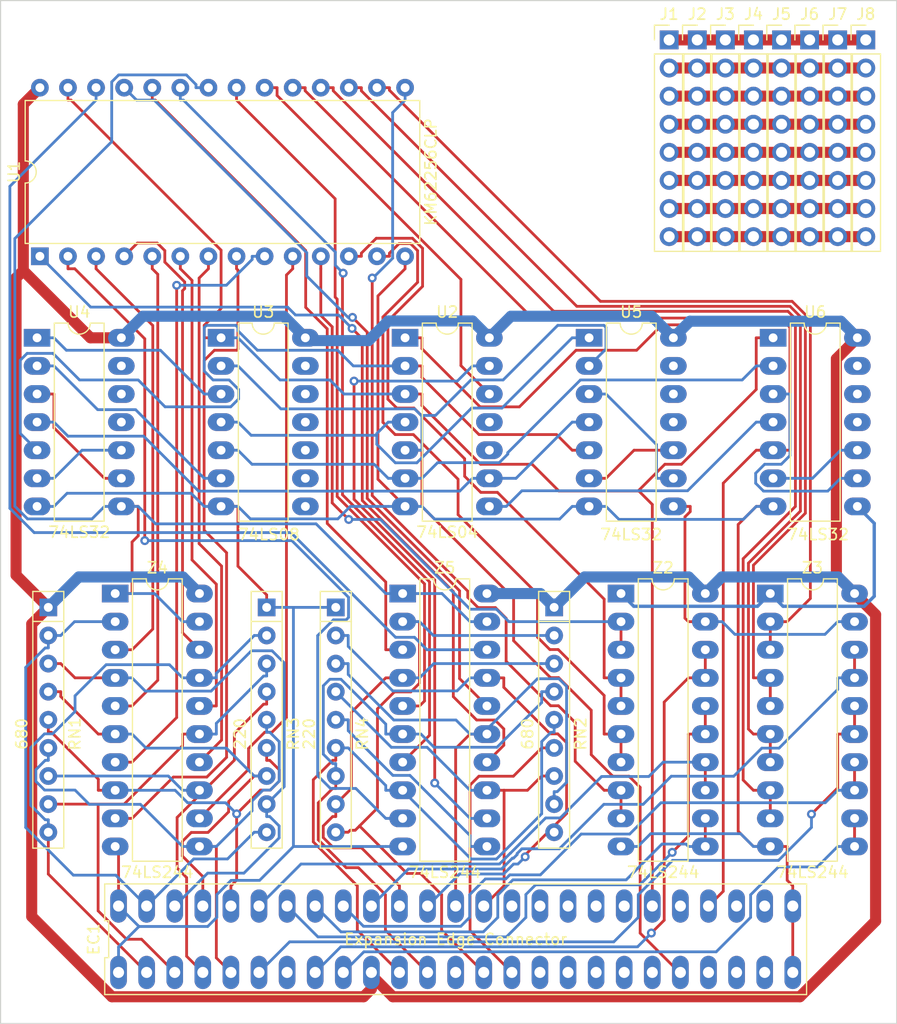
<source format=kicad_pcb>
(kicad_pcb (version 20221018) (generator pcbnew)
  (layers (0 "F.Cu" signal) (31 "B.Cu" signal) (34 "B.Paste" user) (35 "F.Paste" user) (36 "B.SilkS" user "B.Silkscreen") (37 "F.SilkS" user "F.Silkscreen") (38 "B.Mask" user) (39 "F.Mask" user) (44 "Edge.Cuts" user))
  (net 0 "")
  (net 1 "GND")
  (net 2 "A7")
  (net 3 "A6")
  (net 4 "A5")
  (net 5 "A4")
  (net 6 "A1")
  (net 7 "A3")
  (net 8 "A2")
  (net 9 "A0")
  (net 10 "D5")
  (net 11 "D2")
  (net 13 "D1")
  (net 14 "D0")
  (net 15 "D3")
  (net 16 "D7")
  (net 17 "D6")
  (net 18 "+5V")
  (net 19 "D4")
  (net 20 "A15")
  (net 21 "A8")
  (net 22 "A14")
  (net 23 "A9")
  (net 25 "A10")
  (net 26 "A13")
  (net 27 "A11")
  (net 28 "A12")
  (net 29 "∅")
  (net 30 "~{INT}")
  (net 33 "~{PHLDA}")
  (net 34 "~{PHANTOM}")
  (net 35 "~{HALT}")
  (net 36 "~{WAIT}")
  (net 37 "~{IORQ}")
  (net 38 "~{HOLD}")
  (net 39 "~{WR}")
  (net 40 "~{RD}")
  (net 41 "~{CCDBS}{slash}~{STATDBS}")
  (net 42 "~{MERQ}")
  (net 43 "~{DODBS}{slash}~{ADDBS}")
  (net 44 "~{M1}")
  (net 45 "~{RESET}")
  (net 46 "~{RFSH}")
  (net 47 "~{NMI}")
  (net 48 "Net-(J1-Pin_1)")
  (net 49 "Net-(J1-Pin_2)")
  (net 50 "Net-(J1-Pin_3)")
  (net 51 "Net-(J1-Pin_4)")
  (net 52 "Net-(J1-Pin_5)")
  (net 53 "Net-(J1-Pin_6)")
  (net 54 "Net-(J1-Pin_7)")
  (net 55 "Net-(J1-Pin_8)")
  (net 56 "Net-(U1-A14)")
  (net 57 "Net-(U1-A12)")
  (net 58 "Net-(U1-A7)")
  (net 59 "Net-(U1-A6)")
  (net 60 "Net-(U1-A5)")
  (net 61 "Net-(U1-A4)")
  (net 62 "Net-(U1-A3)")
  (net 63 "Net-(U1-A2)")
  (net 64 "Net-(U1-A1)")
  (net 65 "Net-(U1-A0)")
  (net 66 "Net-(U1-Q0)")
  (net 67 "Net-(U1-Q1)")
  (net 68 "Net-(U1-Q2)")
  (net 69 "Net-(U1-Q3)")
  (net 70 "Net-(U1-Q4)")
  (net 71 "Net-(U1-Q5)")
  (net 72 "Net-(U1-Q6)")
  (net 73 "Net-(U1-Q7)")
  (net 74 "Net-(U1-~{CS})")
  (net 75 "Net-(U1-A10)")
  (net 76 "~{ABE}")
  (net 77 "Net-(U1-A11)")
  (net 78 "Net-(U1-A9)")
  (net 79 "Net-(U1-A8)")
  (net 80 "Net-(U1-A13)")
  (net 81 "Net-(U2-Pad2)")
  (net 82 "Net-(U2-Pad4)")
  (net 83 "Net-(U2-Pad6)")
  (net 84 "Net-(U2-Pad8)")
  (net 85 "~{MREQ}")
  (net 88 "Net-(Z5-O3a)")
  (net 89 "Net-(U3-Pad3)")
  (net 90 "Net-(U3-Pad6)")
  (net 97 "Net-(U4-Pad3)")
  (net 98 "Net-(U4-Pad10)")
  (net 102 "Net-(U5-Pad3)")
  (net 103 "Net-(U5-Pad10)")
  (net 104 "~{DBOE}")
  (net 108 "Net-(U6-Pad3)")
  (net 109 "Net-(U6-Pad10)")
  (net 110 "~{DBIE}")
  (footprint "Package_DIP:DIP-14_W7.62mm_LongPads" (layer "F.Cu") (at 151.511 102.108)
    (fp_text reference "U3")
    (fp_text value "74LS08")
  )
  (footprint "Package_DIP:DIP-14_W7.62mm_LongPads" (layer "F.Cu") (at 168.148 102.108)
    (fp_text reference "U2")
    (fp_text value "74LS04")
  )
  (footprint "Connector_PinHeader_2.54mm:PinHeader_1x08_P2.54mm_Vertical" (layer "F.Cu") (at 204.724 75.184)
    (fp_text reference "J6")
    (fp_text value "Conn_01x08_Pin" hide)
  )
  (footprint "CheshBits:50 pin card edge connector" (layer "F.Cu") (at 172.72 156.464)
    (fp_text reference "EC1")
    (fp_text value "Expansion Edge Connector")
  )
  (footprint "Resistor_THT:R_Array_SIP9" (layer "F.Cu") (at 135.89 126.472 -90)
    (fp_text reference "RN1")
    (fp_text value "680")
  )
  (footprint "Connector_PinHeader_2.54mm:PinHeader_1x08_P2.54mm_Vertical" (layer "F.Cu") (at 197.104 75.184)
    (fp_text reference "J3")
    (fp_text value "Conn_01x08_Pin" hide)
  )
  (footprint "Package_DIP:DIP-20_W7.62mm_LongPads" (layer "F.Cu") (at 187.6711 125.222)
    (fp_text reference "Z2")
    (fp_text value "74LS244")
  )
  (footprint "Package_DIP:DIP-20_W7.62mm_LongPads" (layer "F.Cu") (at 141.9369 125.222)
    (fp_text reference "Z4")
    (fp_text value "74LS244")
  )
  (footprint "Connector_PinHeader_2.54mm:PinHeader_1x08_P2.54mm_Vertical" (layer "F.Cu") (at 209.804 75.184)
    (fp_text reference "J8")
    (fp_text value "Conn_01x08_Pin" hide)
  )
  (footprint "Connector_PinHeader_2.54mm:PinHeader_1x08_P2.54mm_Vertical" (layer "F.Cu") (at 202.184 75.184)
    (fp_text reference "J5")
    (fp_text value "Conn_01x08_Pin" hide)
  )
  (footprint "Package_DIP:DIP-14_W7.62mm_LongPads" (layer "F.Cu") (at 184.785 102.108)
    (fp_text reference "U5")
    (fp_text value "74LS32")
  )
  (footprint "Resistor_THT:R_Array_SIP9" (layer "F.Cu") (at 161.8806 126.472 -90)
    (fp_text reference "RN4")
    (fp_text value "220")
  )
  (footprint "Package_DIP:DIP-14_W7.62mm_LongPads" (layer "F.Cu") (at 134.874 102.108)
    (fp_text reference "U4")
    (fp_text value "74LS32")
  )
  (footprint "Package_DIP:DIP-20_W7.62mm_LongPads" (layer "F.Cu") (at 167.9274 125.222)
    (fp_text reference "Z5")
    (fp_text value "74LS244")
  )
  (footprint "Resistor_THT:R_Array_SIP9" (layer "F.Cu") (at 155.6337 126.472 -90)
    (fp_text reference "RN3")
    (fp_text value "220")
  )
  (footprint "Connector_PinHeader_2.54mm:PinHeader_1x08_P2.54mm_Vertical" (layer "F.Cu") (at 192.024 75.184)
    (fp_text reference "J1")
    (fp_text value "Conn_01x08_Pin" hide)
  )
  (footprint "Package_DIP:DIP-28_W15.24mm" (layer "F.Cu") (at 135.128 94.742 90)
    (fp_text reference "U1")
    (fp_text value "KM62256CLP")
  )
  (footprint "Connector_PinHeader_2.54mm:PinHeader_1x08_P2.54mm_Vertical" (layer "F.Cu") (at 194.564 75.184)
    (fp_text reference "J2")
    (fp_text value "Conn_01x08_Pin" hide)
  )
  (footprint "Package_DIP:DIP-20_W7.62mm_LongPads" (layer "F.Cu") (at 201.168 125.222)
    (fp_text reference "Z3")
    (fp_text value "74LS244")
  )
  (footprint "Resistor_THT:R_Array_SIP9" (layer "F.Cu") (at 181.6243 126.472 -90)
    (fp_text reference "RN2")
    (fp_text value "680")
  )
  (footprint "Connector_PinHeader_2.54mm:PinHeader_1x08_P2.54mm_Vertical" (layer "F.Cu") (at 207.264 75.184)
    (fp_text reference "J7")
    (fp_text value "Conn_01x08_Pin" hide)
  )
  (footprint "Connector_PinHeader_2.54mm:PinHeader_1x08_P2.54mm_Vertical" (layer "F.Cu") (at 199.644 75.184)
    (fp_text reference "J4")
    (fp_text value "Conn_01x08_Pin" hide)
  )
  (footprint "Package_DIP:DIP-14_W7.62mm_LongPads" (layer "F.Cu") (at 201.422 102.108)
    (fp_text reference "U6")
    (fp_text value "74LS32")
  )
  (gr_rect (start 131.572 71.628) (end 212.598 164.084) (stroke (width 0.1)) (fill none) (layer "Edge.Cuts"))
  (segment (start 198.2637 146.703) (end 199.6427 148.082) (width 0.25) (layer "F.Cu") (net 1))
  (segment (start 201.168 148.082) (end 202.6933 148.082) (width 0.25) (layer "F.Cu") (net 1))
  (segment (start 155.6337 126.472) (end 155.6337 125.3467) (width 0.25) (layer "F.Cu") (net 1))
  (segment (start 168.148 117.348) (end 165.6942 114.8942) (width 0.25) (layer "F.Cu") (net 1))
  (segment (start 141.9369 148.082) (end 142.24 148.3851) (width 0.25) (layer "F.Cu") (net 1))
  (segment (start 203.2 153.464) (end 203.2 159.464) (width 0.25) (layer "F.Cu") (net 1))
  (segment (start 198.2637 118.981) (end 198.2637 146.703) (width 0.25) (layer "F.Cu") (net 1))
  (segment (start 168.148 94.742) (end 168.148 95.8673) (width 0.25) (layer "F.Cu") (net 1))
  (segment (start 201.168 148.082) (end 199.6427 148.082) (width 0.25) (layer "F.Cu") (net 1))
  (segment (start 203.2 153.464) (end 203.2 151.6387) (width 0.25) (layer "F.Cu") (net 1))
  (segment (start 142.24 148.3851) (end 142.24 153.464) (width 0.25) (layer "F.Cu") (net 1))
  (segment (start 165.6942 114.8942) (end 165.6942 98.3211) (width 0.25) (layer "F.Cu") (net 1))
  (segment (start 202.6933 148.082) (end 202.6933 151.132) (width 0.25) (layer "F.Cu") (net 1))
  (segment (start 199.8967 117.348) (end 198.2637 118.981) (width 0.25) (layer "F.Cu") (net 1))
  (segment (start 153.0363 122.7493) (end 155.6337 125.3467) (width 0.25) (layer "F.Cu") (net 1))
  (segment (start 202.6933 151.132) (end 203.2 151.6387) (width 0.25) (layer "F.Cu") (net 1))
  (segment (start 201.422 117.348) (end 199.8967 117.348) (width 0.25) (layer "F.Cu") (net 1))
  (segment (start 165.6942 98.3211) (end 168.148 95.8673) (width 0.25) (layer "F.Cu") (net 1))
  (segment (start 151.511 117.348) (end 153.0363 117.348) (width 0.25) (layer "F.Cu") (net 1))
  (segment (start 153.0363 117.348) (end 153.0363 122.7493) (width 0.25) (layer "F.Cu") (net 1))
  (segment (start 137.5898 116.1575) (end 148.7952 116.1575) (width 0.25) (layer "B.Cu") (net 1))
  (segment (start 158.0511 148.082) (end 154.9912 151.1419) (width 0.25) (layer "B.Cu") (net 1))
  (segment (start 199.8967 117.348) (end 198.7258 118.5189) (width 0.25) (layer "B.Cu") (net 1))
  (segment (start 158.0511 126.472) (end 158.0511 148.082) (width 0.25) (layer "B.Cu") (net 1))
  (segment (start 187.6711 148.082) (end 189.1964 148.082) (width 0.25) (layer "B.Cu") (net 1))
  (segment (start 185.5477 117.348) (end 184.785 117.348) (width 0.25) (layer "B.Cu") (net 1))
  (segment (start 168.9107 117.348) (end 168.148 117.348) (width 0.25) (layer "B.Cu") (net 1))
  (segment (start 158.0511 126.472) (end 160.7553 126.472) (width 0.25) (layer "B.Cu") (net 1))
  (segment (start 187.4812 118.5189) (end 186.3103 117.348) (width 0.25) (layer "B.Cu") (net 1))
  (segment (start 161.8806 126.472) (end 160.7553 126.472) (width 0.25) (layer "B.Cu") (net 1))
  (segment (start 166.4021 148.082) (end 158.0511 148.082) (width 0.25) (layer "B.Cu") (net 1))
  (segment (start 154.9912 151.1419) (end 152.4185 151.1419) (width 0.25) (layer "B.Cu") (net 1))
  (segment (start 152.4185 151.1419) (end 151.13 152.4304) (width 0.25) (layer "B.Cu") (net 1))
  (segment (start 151.511 117.348) (end 149.9857 117.348) (width 0.25) (layer "B.Cu") (net 1))
  (segment (start 154.1616 118.4733) (end 153.0363 117.348) (width 0.25) (layer "B.Cu") (net 1))
  (segment (start 151.511 117.348) (end 153.0363 117.348) (width 0.25) (layer "B.Cu") (net 1))
  (segment (start 166.6227 117.348) (end 163.1906 117.348) (width 0.25) (layer "B.Cu") (net 1))
  (segment (start 167.9274 148.082) (end 166.4021 148.082) (width 0.25) (layer "B.Cu") (net 1))
  (segment (start 151.13 152.4304) (end 151.13 154.4853) (width 0.25) (layer "B.Cu") (net 1))
  (segment (start 190.3519 146.9265) (end 189.1964 148.082) (width 0.25) (layer "B.Cu") (net 1))
  (segment (start 198.4872 146.9265) (end 190.3519 146.9265) (width 0.25) (layer "B.Cu") (net 1))
  (segment (start 201.422 117.348) (end 199.8967 117.348) (width 0.25) (layer "B.Cu") (net 1))
  (segment (start 185.5477 117.348) (end 186.3103 117.348) (width 0.25) (layer "B.Cu") (net 1))
  (segment (start 198.7258 118.5189) (end 187.4812 118.5189) (width 0.25) (layer "B.Cu") (net 1))
  (segment (start 199.6427 148.082) (end 198.4872 146.9265) (width 0.25) (layer "B.Cu") (net 1))
  (segment (start 136.3993 117.348) (end 137.5898 116.1575) (width 0.25) (layer "B.Cu") (net 1))
  (segment (start 144.0874 155.3114) (end 142.24 153.464) (width 0.25) (layer "B.Cu") (net 1))
  (segment (start 170.8166 118.4913) (end 182.1164 118.4913) (width 0.25) (layer "B.Cu") (net 1))
  (segment (start 168.9107 117.348) (end 169.6733 117.348) (width 0.25) (layer "B.Cu") (net 1))
  (segment (start 142.24 157.1588) (end 144.0874 155.3114) (width 0.25) (layer "B.Cu") (net 1))
  (segment (start 134.874 117.348) (end 136.3993 117.348) (width 0.25) (layer "B.Cu") (net 1))
  (segment (start 182.1164 118.4913) (end 183.2597 117.348) (width 0.25) (layer "B.Cu") (net 1))
  (segment (start 155.6337 126.472) (end 158.0511 126.472) (width 0.25) (layer "B.Cu") (net 1))
  (segment (start 142.24 159.464) (end 142.24 157.1588) (width 0.25) (layer "B.Cu") (net 1))
  (segment (start 163.1906 117.348) (end 162.0653 118.4733) (width 0.25) (layer "B.Cu") (net 1))
  (segment (start 169.6733 117.348) (end 170.8166 118.4913) (width 0.25) (layer "B.Cu") (net 1))
  (segment (start 184.785 117.348) (end 183.2597 117.348) (width 0.25) (layer "B.Cu") (net 1))
  (segment (start 148.7952 116.1575) (end 149.9857 117.348) (width 0.25) (layer "B.Cu") (net 1))
  (segment (start 151.13 154.4853) (end 150.3039 155.3114) (width 0.25) (layer "B.Cu") (net 1))
  (segment (start 162.0653 118.4733) (end 154.1616 118.4733) (width 0.25) (layer "B.Cu") (net 1))
  (segment (start 150.3039 155.3114) (end 144.0874 155.3114) (width 0.25) (layer "B.Cu") (net 1))
  (segment (start 168.148 117.348) (end 166.6227 117.348) (width 0.25) (layer "B.Cu") (net 1))
  (segment (start 201.168 148.082) (end 199.6427 148.082) (width 0.25) (layer "B.Cu") (net 1))
  (segment (start 135.89 146.792) (end 135.89 150.574) (width 0.25) (layer "F.Cu") (net 2))
  (segment (start 135.89 150.574) (end 144.78 159.464) (width 0.25) (layer "F.Cu") (net 2))
  (segment (start 135.89 146.792) (end 135.89 145.6667) (width 0.25) (layer "B.Cu") (net 2))
  (segment (start 138.3073 134.4629) (end 138.3073 135.8788) (width 0.25) (layer "B.Cu") (net 2))
  (segment (start 134.2962 139.1511) (end 134.2962 144.3542) (width 0.25) (layer "B.Cu") (net 2))
  (segment (start 134.2962 144.3542) (end 135.6087 145.6667) (width 0.25) (layer "B.Cu") (net 2))
  (segment (start 141.1188 131.6514) (end 138.3073 134.4629) (width 0.25) (layer "B.Cu") (net 2))
  (segment (start 138.3073 135.8788) (end 136.2841 137.902) (width 0.25) (layer "B.Cu") (net 2))
  (segment (start 151.0822 132.4382) (end 154.5084 129.012) (width 0.25) (layer "B.Cu") (net 2))
  (segment (start 136.2841 137.902) (end 135.5453 137.902) (width 0.25) (layer "B.Cu") (net 2))
  (segment (start 149.5569 132.842) (end 148.0316 132.842) (width 0.25) (layer "B.Cu") (net 2))
  (segment (start 135.5453 137.902) (end 134.2962 139.1511) (width 0.25) (layer "B.Cu") (net 2))
  (segment (start 146.841 131.6514) (end 141.1188 131.6514) (width 0.25) (layer "B.Cu") (net 2))
  (segment (start 149.9904 132.842) (end 149.5569 132.842) (width 0.25) (layer "B.Cu") (net 2))
  (segment (start 135.6087 145.6667) (end 135.89 145.6667) (width 0.25) (layer "B.Cu") (net 2))
  (segment (start 148.0316 132.842) (end 146.841 131.6514) (width 0.25) (layer "B.Cu") (net 2))
  (segment (start 149.9904 132.842) (end 151.0822 132.842) (width 0.25) (layer "B.Cu") (net 2))
  (segment (start 155.6337 129.012) (end 154.5084 129.012) (width 0.25) (layer "B.Cu") (net 2))
  (segment (start 151.0822 132.842) (end 151.0822 132.4382) (width 0.25) (layer "B.Cu") (net 2))
  (segment (start 155.6337 146.792) (end 154.5084 146.792) (width 0.25) (layer "B.Cu") (net 3))
  (segment (start 149.0366 149.2074) (end 144.78 153.464) (width 0.25) (layer "B.Cu") (net 3))
  (segment (start 133.8458 131.9002) (end 135.6087 130.1373) (width 0.25) (layer "B.Cu") (net 3))
  (segment (start 135.89 129.012) (end 137.0153 129.012) (width 0.25) (layer "B.Cu") (net 3))
  (segment (start 141.988 150.672) (end 138.1551 150.672) (width 0.25) (layer "B.Cu") (net 3))
  (segment (start 141.9369 127.762) (end 138.2653 127.762) (width 0.25) (layer "B.Cu") (net 3))
  (segment (start 135.6087 130.1373) (end 135.89 130.1373) (width 0.25) (layer "B.Cu") (net 3))
  (segment (start 138.2653 127.762) (end 137.0153 129.012) (width 0.25) (layer "B.Cu") (net 3))
  (segment (start 144.78 153.464) (end 141.988 150.672) (width 0.25) (layer "B.Cu") (net 3))
  (segment (start 133.8458 146.3627) (end 133.8458 131.9002) (width 0.25) (layer "B.Cu") (net 3))
  (segment (start 135.89 129.012) (end 135.89 130.1373) (width 0.25) (layer "B.Cu") (net 3))
  (segment (start 152.093 149.2074) (end 149.0366 149.2074) (width 0.25) (layer "B.Cu") (net 3))
  (segment (start 138.1551 150.672) (end 133.8458 146.3627) (width 0.25) (layer "B.Cu") (net 3))
  (segment (start 154.5084 146.792) (end 152.093 149.2074) (width 0.25) (layer "B.Cu") (net 3))
  (segment (start 148.0316 137.922) (end 148.0316 138.9706) (width 0.25) (layer "F.Cu") (net 4))
  (segment (start 140.3922 144.252) (end 140.3922 153.8937) (width 0.25) (layer "F.Cu") (net 4))
  (segment (start 142.7502 144.252) (end 140.3922 144.252) (width 0.25) (layer "F.Cu") (net 4))
  (segment (start 149.5569 137.922) (end 148.0316 137.922) (width 0.25) (layer "F.Cu") (net 4))
  (segment (start 148.0316 138.9706) (end 142.7502 144.252) (width 0.25) (layer "F.Cu") (net 4))
  (segment (start 140.3922 153.8937) (end 142.9625 156.464) (width 0.25) (layer "F.Cu") (net 4))
  (segment (start 140.3922 144.252) (end 135.89 144.252) (width 0.25) (layer "F.Cu") (net 4))
  (segment (start 142.9625 156.464) (end 144.32 156.464) (width 0.25) (layer "F.Cu") (net 4))
  (segment (start 144.32 156.464) (end 147.32 159.464) (width 0.25) (layer "F.Cu") (net 4))
  (segment (start 149.5569 137.922) (end 151.0822 137.922) (width 0.25) (layer "B.Cu") (net 4))
  (segment (start 151.0822 137.922) (end 151.0822 136.9475) (width 0.25) (layer "B.Cu") (net 4))
  (segment (start 151.0822 136.9475) (end 155.3524 132.6773) (width 0.25) (layer "B.Cu") (net 4))
  (segment (start 155.3524 132.6773) (end 155.6337 132.6773) (width 0.25) (layer "B.Cu") (net 4))
  (segment (start 155.6337 131.552) (end 155.6337 132.6773) (width 0.25) (layer "B.Cu") (net 4))
  (segment (start 138.3053 132.842) (end 137.0153 131.552) (width 0.25) (layer "F.Cu") (net 5))
  (segment (start 135.89 131.552) (end 137.0153 131.552) (width 0.25) (layer "F.Cu") (net 5))
  (segment (start 141.9369 132.842) (end 138.3053 132.842) (width 0.25) (layer "F.Cu") (net 5))
  (segment (start 150.2951 150.4889) (end 147.32 153.464) (width 0.25) (layer "B.Cu") (net 5))
  (segment (start 155.6337 144.252) (end 155.6337 145.3773) (width 0.25) (layer "B.Cu") (net 5))
  (segment (start 157.2172 142.6685) (end 155.6337 144.252) (width 0.25) (layer "B.Cu") (net 5))
  (segment (start 155.6337 145.3773) (end 155.915 145.3773) (width 0.25) (layer "B.Cu") (net 5))
  (segment (start 144.6583 134.0381) (end 150.6123 134.0381) (width 0.25) (layer "B.Cu") (net 5))
  (segment (start 156.7601 146.2224) (end 156.7601 147.3073) (width 0.25) (layer "B.Cu") (net 5))
  (segment (start 153.5785 150.4889) (end 150.2951 150.4889) (width 0.25) (layer "B.Cu") (net 5))
  (segment (start 155.915 145.3773) (end 156.7601 146.2224) (width 0.25) (layer "B.Cu") (net 5))
  (segment (start 150.6123 134.0381) (end 154.2558 130.3946) (width 0.25) (layer "B.Cu") (net 5))
  (segment (start 156.1235 130.3946) (end 157.2172 131.4883) (width 0.25) (layer "B.Cu") (net 5))
  (segment (start 141.9369 132.842) (end 143.4622 132.842) (width 0.25) (layer "B.Cu") (net 5))
  (segment (start 156.7601 147.3073) (end 153.5785 150.4889) (width 0.25) (layer "B.Cu") (net 5))
  (segment (start 157.2172 131.4883) (end 157.2172 142.6685) (width 0.25) (layer "B.Cu") (net 5))
  (segment (start 154.2558 130.3946) (end 156.1235 130.3946) (width 0.25) (layer "B.Cu") (net 5))
  (segment (start 143.4622 132.842) (end 144.6583 134.0381) (width 0.25) (layer "B.Cu") (net 5))
  (segment (start 152.713 140.2794) (end 152.713 137.8567) (width 0.25) (layer "F.Cu") (net 6))
  (segment (start 149.5569 143.002) (end 149.9904 143.002) (width 0.25) (layer "F.Cu") (net 6))
  (segment (start 149.86 159.464) (end 148.3954 157.9994) (width 0.25) (layer "F.Cu") (net 6))
  (segment (start 147.5347 145.4577) (end 149.9904 143.002) (width 0.25) (layer "F.Cu") (net 6))
  (segment (start 152.713 137.8567) (end 155.3524 135.2173) (width 0.25) (layer "F.Cu") (net 6))
  (segment (start 149.9904 143.002) (end 152.713 140.2794) (width 0.25) (layer "F.Cu") (net 6))
  (segment (start 148.3954 157.9994) (end 148.3954 150.8932) (width 0.25) (layer "F.Cu") (net 6))
  (segment (start 147.5347 150.0325) (end 147.5347 145.4577) (width 0.25) (layer "F.Cu") (net 6))
  (segment (start 155.6337 134.092) (end 155.6337 135.2173) (width 0.25) (layer "F.Cu") (net 6))
  (segment (start 155.3524 135.2173) (end 155.6337 135.2173) (width 0.25) (layer "F.Cu") (net 6))
  (segment (start 148.3954 150.8932) (end 147.5347 150.0325) (width 0.25) (layer "F.Cu") (net 6))
  (segment (start 146.7416 141.712) (end 135.89 141.712) (width 0.25) (layer "B.Cu") (net 6))
  (segment (start 148.0316 143.002) (end 146.7416 141.712) (width 0.25) (layer "B.Cu") (net 6))
  (segment (start 149.5569 143.002) (end 148.0316 143.002) (width 0.25) (layer "B.Cu") (net 6))
  (segment (start 154.5084 141.712) (end 152.1932 144.0272) (width 0.25) (layer "F.Cu") (net 7))
  (segment (start 149.86 150.7963) (end 149.86 153.464) (width 0.25) (layer "F.Cu") (net 7))
  (segment (start 135.89 134.092) (end 137.0153 134.092) (width 0.25) (layer "F.Cu") (net 7))
  (segment (start 141.9369 137.922) (end 140.4116 137.922) (width 0.25) (layer "F.Cu") (net 7))
  (segment (start 137.0153 134.5257) (end 137.0153 134.092) (width 0.25) (layer "F.Cu") (net 7))
  (segment (start 150.3322 146.812) (end 148.8164 146.812) (width 0.25) (layer "F.Cu") (net 7))
  (segment (start 148.0095 147.6189) (end 148.0095 148.9458) (width 0.25) (layer "F.Cu") (net 7))
  (segment (start 148.8164 146.812) (end 148.0095 147.6189) (width 0.25) (layer "F.Cu") (net 7))
  (segment (start 152.1932 144.951) (end 150.3322 146.812) (width 0.25) (layer "F.Cu") (net 7))
  (segment (start 148.0095 148.9458) (end 149.86 150.7963) (width 0.25) (layer "F.Cu") (net 7))
  (segment (start 140.4116 137.922) (end 137.0153 134.5257) (width 0.25) (layer "F.Cu") (net 7))
  (segment (start 155.6337 141.712) (end 154.5084 141.712) (width 0.25) (layer "F.Cu") (net 7))
  (segment (start 152.1932 144.0272) (end 152.1932 144.951) (width 0.25) (layer "F.Cu") (net 7))
  (segment (start 144.7322 139.192) (end 151.9884 139.192) (width 0.25) (layer "B.Cu") (net 7))
  (segment (start 155.6337 141.712) (end 154.5084 141.712) (width 0.25) (layer "B.Cu") (net 7))
  (segment (start 143.4622 137.922) (end 144.7322 139.192) (width 0.25) (layer "B.Cu") (net 7))
  (segment (start 151.9884 139.192) (end 154.5084 141.712) (width 0.25) (layer "B.Cu") (net 7))
  (segment (start 141.9369 137.922) (end 143.4622 137.922) (width 0.25) (layer "B.Cu") (net 7))
  (segment (start 149.5569 148.082) (end 151.0822 148.082) (width 0.25) (layer "F.Cu") (net 8))
  (segment (start 151.0822 148.082) (end 151.0822 158.1462) (width 0.25) (layer "F.Cu") (net 8))
  (segment (start 151.0822 158.1462) (end 152.4 159.464) (width 0.25) (layer "F.Cu") (net 8))
  (segment (start 135.5518 142.982) (end 134.7647 142.1949) (width 0.25) (layer "B.Cu") (net 8))
  (segment (start 149.5569 148.082) (end 148.0316 148.082) (width 0.25) (layer "B.Cu") (net 8))
  (segment (start 134.7647 142.1949) (end 134.7647 141.1412) (width 0.25) (layer "B.Cu") (net 8))
  (segment (start 154.3106 144.8536) (end 151.0822 148.082) (width 0.25) (layer "B.Cu") (net 8))
  (segment (start 155.9568 142.982) (end 155.3047 142.982) (width 0.25) (layer "B.Cu") (net 8))
  (segment (start 139.5953 144.272) (end 138.3053 142.982) (width 0.25) (layer "B.Cu") (net 8))
  (segment (start 149.5569 148.082) (end 151.0822 148.082) (width 0.25) (layer "B.Cu") (net 8))
  (segment (start 135.89 139.172) (end 135.89 140.2973) (width 0.25) (layer "B.Cu") (net 8))
  (segment (start 155.6337 136.632) (end 155.6337 137.7573) (width 0.25) (layer "B.Cu") (net 8))
  (segment (start 156.7668 142.172) (end 155.9568 142.982) (width 0.25) (layer "B.Cu") (net 8))
  (segment (start 154.3106 143.9761) (end 154.3106 144.8536) (width 0.25) (layer "B.Cu") (net 8))
  (segment (start 135.6086 140.2973) (end 135.89 140.2973) (width 0.25) (layer "B.Cu") (net 8))
  (segment (start 148.0316 148.082) (end 144.2216 144.272) (width 0.25) (layer "B.Cu") (net 8))
  (segment (start 134.7647 141.1412) (end 135.6086 140.2973) (width 0.25) (layer "B.Cu") (net 8))
  (segment (start 138.3053 142.982) (end 135.5518 142.982) (width 0.25) (layer "B.Cu") (net 8))
  (segment (start 156.7668 138.6091) (end 156.7668 142.172) (width 0.25) (layer "B.Cu") (net 8))
  (segment (start 155.6337 137.7573) (end 155.915 137.7573) (width 0.25) (layer "B.Cu") (net 8))
  (segment (start 155.915 137.7573) (end 156.7668 138.6091) (width 0.25) (layer "B.Cu") (net 8))
  (segment (start 155.3047 142.982) (end 154.3106 143.9761) (width 0.25) (layer "B.Cu") (net 8))
  (segment (start 144.2216 144.272) (end 139.5953 144.272) (width 0.25) (layer "B.Cu") (net 8))
  (segment (start 155.0704 142.982) (end 152.9185 145.1339) (width 0.25) (layer "F.Cu") (net 9))
  (segment (start 136.1713 137.7573) (end 135.89 137.7573) (width 0.25) (layer "F.Cu") (net 9))
  (segment (start 140.4116 141.9976) (end 136.1713 137.7573) (width 0.25) (layer "F.Cu") (net 9))
  (segment (start 155.9634 142.982) (end 155.0704 142.982) (width 0.25) (layer "F.Cu") (net 9))
  (segment (start 155.915 140.2973) (end 156.7741 141.1564) (width 0.25) (layer "F.Cu") (net 9))
  (segment (start 156.7741 142.1713) (end 155.9634 142.982) (width 0.25) (layer "F.Cu") (net 9))
  (segment (start 152.9185 151.1202) (end 152.4 151.6387) (width 0.25) (layer "F.Cu") (net 9))
  (segment (start 140.4116 143.002) (end 140.4116 141.9976) (width 0.25) (layer "F.Cu") (net 9))
  (segment (start 155.6337 140.2973) (end 155.915 140.2973) (width 0.25) (layer "F.Cu") (net 9))
  (segment (start 152.9185 145.1339) (end 152.9185 151.1202) (width 0.25) (layer "F.Cu") (net 9))
  (segment (start 156.7741 141.1564) (end 156.7741 142.1713) (width 0.25) (layer "F.Cu") (net 9))
  (segment (start 141.9369 143.002) (end 140.4116 143.002) (width 0.25) (layer "F.Cu") (net 9))
  (segment (start 155.6337 139.172) (end 155.6337 140.2973) (width 0.25) (layer "F.Cu") (net 9))
  (segment (start 135.89 136.632) (end 135.89 137.7573) (width 0.25) (layer "F.Cu") (net 9))
  (segment (start 152.4 153.464) (end 152.4 151.6387) (width 0.25) (layer "F.Cu") (net 9))
  (via (at 152.9185 145.1339) (size 0.8) (drill 0.4) (layers "F.Cu" "B.Cu") (net 9))
  (segment (start 141.9369 143.002) (end 147.3567 143.002) (width 0.25) (layer "B.Cu") (net 9))
  (segment (start 147.3567 143.002) (end 148.4821 144.1274) (width 0.25) (layer "B.Cu") (net 9))
  (segment (start 151.912 144.1274) (end 152.9185 145.1339) (width 0.25) (layer "B.Cu") (net 9))
  (segment (start 148.4821 144.1274) (end 151.912 144.1274) (width 0.25) (layer "B.Cu") (net 9))
  (segment (start 208.788 135.382) (end 208.788 137.922) (width 0.25) (layer "F.Cu") (net 10))
  (segment (start 208.788 137.922) (end 207.2627 137.922) (width 0.25) (layer "F.Cu") (net 10))
  (segment (start 207.2627 142.7861) (end 204.8902 145.1586) (width 0.25) (layer "F.Cu") (net 10))
  (segment (start 207.2627 137.922) (end 207.2627 142.7861) (width 0.25) (layer "F.Cu") (net 10))
  (via (at 204.8902 145.1586) (size 0.8) (drill 0.4) (layers "F.Cu" "B.Cu") (net 10))
  (segment (start 192.3319 149.338) (end 189.23 152.4399) (width 0.25) (layer "B.Cu") (net 10))
  (segment (start 187.0175 156.7005) (end 157.7035 156.7005) (width 0.25) (layer "B.Cu") (net 10))
  (segment (start 204.8902 146.3564) (end 201.9086 149.338) (width 0.25) (layer "B.Cu") (net 10))
  (segment (start 204.8902 145.1586) (end 204.8902 146.3564) (width 0.25) (layer "B.Cu") (net 10))
  (segment (start 201.9086 149.338) (end 192.3319 149.338) (width 0.25) (layer "B.Cu") (net 10))
  (segment (start 189.23 152.4399) (end 189.23 154.488) (width 0.25) (layer "B.Cu") (net 10))
  (segment (start 157.7035 156.7005) (end 154.94 159.464) (width 0.25) (layer "B.Cu") (net 10))
  (segment (start 189.23 154.488) (end 187.0175 156.7005) (width 0.25) (layer "B.Cu") (net 10))
  (segment (start 195.2911 140.462) (end 195.2911 143.002) (width 0.25) (layer "F.Cu") (net 11))
  (segment (start 180.8548 145.504) (end 177.6703 148.6885) (width 0.25) (layer "B.Cu") (net 11))
  (segment (start 182.1725 145.504) (end 180.8548 145.504) (width 0.25) (layer "B.Cu") (net 11))
  (segment (start 176.685 149.6662) (end 158.7378 149.6662) (width 0.25) (layer "B.Cu") (net 11))
  (segment (start 191.4802 140.462) (end 190.1861 141.7561) (width 0.25) (layer "B.Cu") (net 11))
  (segment (start 177.6703 148.6885) (end 177.6703 148.6886) (width 0.25) (layer "B.Cu") (net 11))
  (segment (start 177.6626 148.6886) (end 176.685 149.6662) (width 0.25) (layer "B.Cu") (net 11))
  (segment (start 177.6703 148.6886) (end 177.6626 148.6886) (width 0.25) (layer "B.Cu") (net 11))
  (segment (start 190.1861 141.7561) (end 185.9204 141.7561) (width 0.25) (layer "B.Cu") (net 11))
  (segment (start 158.7378 149.6662) (end 154.94 153.464) (width 0.25) (layer "B.Cu") (net 11))
  (segment (start 195.2911 140.462) (end 191.4802 140.462) (width 0.25) (layer "B.Cu") (net 11))
  (segment (start 185.9204 141.7561) (end 182.1725 145.504) (width 0.25) (layer "B.Cu") (net 11))
  (segment (start 195.2911 137.922) (end 193.7658 137.922) (width 0.25) (layer "F.Cu") (net 13))
  (segment (start 193.7658 137.922) (end 193.7658 147.1474) (width 0.25) (layer "F.Cu") (net 13))
  (segment (start 193.7658 147.1474) (end 192.3006 148.6126) (width 0.25) (layer "F.Cu") (net 13))
  (segment (start 195.2911 135.382) (end 195.2911 137.922) (width 0.25) (layer "F.Cu") (net 13))
  (via (at 192.3006 148.6126) (size 0.8) (drill 0.4) (layers "F.Cu" "B.Cu") (net 13))
  (segment (start 177.3142 156.2502) (end 160.2662 156.2502) (width 0.25) (layer "B.Cu") (net 13))
  (segment (start 189.3658 151.5474) (end 179.9444 151.5474) (width 0.25) (layer "B.Cu") (net 13))
  (segment (start 179.07 152.4218) (end 179.07 154.4944) (width 0.25) (layer "B.Cu") (net 13))
  (segment (start 179.9444 151.5474) (end 179.07 152.4218) (width 0.25) (layer "B.Cu") (net 13))
  (segment (start 160.2662 156.2502) (end 157.48 153.464) (width 0.25) (layer "B.Cu") (net 13))
  (segment (start 179.07 154.4944) (end 177.3142 156.2502) (width 0.25) (layer "B.Cu") (net 13))
  (segment (start 192.3006 148.6126) (end 189.3658 151.5474) (width 0.25) (layer "B.Cu") (net 13))
  (segment (start 191.5753 135.0325) (end 191.5753 154.7424) (width 0.25) (layer "F.Cu") (net 14))
  (segment (start 195.2911 130.302) (end 195.2911 132.842) (width 0.25) (layer "F.Cu") (net 14))
  (segment (start 191.5753 154.7424) (end 190.4155 155.9022) (width 0.25) (layer "F.Cu") (net 14))
  (segment (start 195.2911 132.842) (end 193.7658 132.842) (width 0.25) (layer "F.Cu") (net 14))
  (segment (start 193.7658 132.842) (end 191.5753 135.0325) (width 0.25) (layer "F.Cu") (net 14))
  (via (at 190.4155 155.9022) (size 0.8) (drill 0.4) (layers "F.Cu" "B.Cu") (net 14))
  (segment (start 190.4155 155.9022) (end 189.1667 157.151) (width 0.25) (layer "B.Cu") (net 14))
  (segment (start 189.1667 157.151) (end 162.333 157.151) (width 0.25) (layer "B.Cu") (net 14))
  (segment (start 162.333 157.151) (end 160.02 159.464) (width 0.25) (layer "B.Cu") (net 14))
  (segment (start 195.2911 145.542) (end 195.2911 148.082) (width 0.25) (layer "F.Cu") (net 15))
  (segment (start 176.53 152.4631) (end 176.53 154.4944) (width 0.25) (layer "B.Cu") (net 15))
  (segment (start 188.1387 151.0971) (end 177.896 151.0971) (width 0.25) (layer "B.Cu") (net 15))
  (segment (start 162.3558 155.7998) (end 160.02 153.464) (width 0.25) (layer "B.Cu") (net 15))
  (segment (start 193.7658 148.082) (end 193.546 147.8622) (width 0.25) (layer "B.Cu") (net 15))
  (segment (start 191.3736 147.8622) (end 188.1387 151.0971) (width 0.25) (layer "B.Cu") (net 15))
  (segment (start 175.2246 155.7998) (end 162.3558 155.7998) (width 0.25) (layer "B.Cu") (net 15))
  (segment (start 176.53 154.4944) (end 175.2246 155.7998) (width 0.25) (layer "B.Cu") (net 15))
  (segment (start 195.2911 148.082) (end 193.7658 148.082) (width 0.25) (layer "B.Cu") (net 15))
  (segment (start 193.546 147.8622) (end 191.3736 147.8622) (width 0.25) (layer "B.Cu") (net 15))
  (segment (start 177.896 151.0971) (end 176.53 152.4631) (width 0.25) (layer "B.Cu") (net 15))
  (segment (start 208.788 145.542) (end 208.788 148.082) (width 0.25) (layer "F.Cu") (net 16))
  (segment (start 208.788 148.082) (end 207.2627 148.082) (width 0.25) (layer "B.Cu") (net 16))
  (segment (start 201.9091 149.9294) (end 205.4153 149.9294) (width 0.25) (layer "B.Cu") (net 16))
  (segment (start 199.39 152.4485) (end 201.9091 149.9294) (width 0.25) (layer "B.Cu") (net 16))
  (segment (start 196.279 157.6014) (end 199.39 154.4904) (width 0.25) (layer "B.Cu") (net 16))
  (segment (start 205.4153 149.9294) (end 207.2627 148.082) (width 0.25) (layer "B.Cu") (net 16))
  (segment (start 162.56 159.464) (end 164.4226 157.6014) (width 0.25) (layer "B.Cu") (net 16))
  (segment (start 164.4226 157.6014) (end 196.279 157.6014) (width 0.25) (layer "B.Cu") (net 16))
  (segment (start 199.39 154.4904) (end 199.39 152.4485) (width 0.25) (layer "B.Cu") (net 16))
  (segment (start 208.788 140.462) (end 208.788 143.002) (width 0.25) (layer "F.Cu") (net 17))
  (segment (start 173.99 152.4335) (end 175.4064 151.0171) (width 0.25) (layer "B.Cu") (net 17))
  (segment (start 208.788 143.002) (end 207.2627 143.002) (width 0.25) (layer "B.Cu") (net 17))
  (segment (start 206.1373 144.1274) (end 207.2627 143.002) (width 0.25) (layer "B.Cu") (net 17))
  (segment (start 184.0722 146.9566) (end 188.4567 146.9566) (width 0.25) (layer "B.Cu") (net 17))
  (segment (start 173.1819 155.2959) (end 173.99 154.4878) (width 0.25) (layer "B.Cu") (net 17))
  (segment (start 177.2448 151.0171) (end 177.6152 150.6467) (width 0.25) (layer "B.Cu") (net 17))
  (segment (start 188.4567 146.9566) (end 191.2859 144.1274) (width 0.25) (layer "B.Cu") (net 17))
  (segment (start 162.56 153.464) (end 164.3919 155.2959) (width 0.25) (layer "B.Cu") (net 17))
  (segment (start 175.4064 151.0171) (end 177.2448 151.0171) (width 0.25) (layer "B.Cu") (net 17))
  (segment (start 191.2859 144.1274) (end 206.1373 144.1274) (width 0.25) (layer "B.Cu") (net 17))
  (segment (start 180.3821 150.6467) (end 184.0722 146.9566) (width 0.25) (layer "B.Cu") (net 17))
  (segment (start 164.3919 155.2959) (end 173.1819 155.2959) (width 0.25) (layer "B.Cu") (net 17))
  (segment (start 173.99 154.4878) (end 173.99 152.4335) (width 0.25) (layer "B.Cu") (net 17))
  (segment (start 177.6152 150.6467) (end 180.3821 150.6467) (width 0.25) (layer "B.Cu") (net 17))
  (segment (start 135.128 79.502) (end 133.628 81.002) (width 1) (layer "F.Cu") (net 18))
  (segment (start 133.628 81.002) (end 133.628 96.036) (width 1) (layer "F.Cu") (net 18))
  (segment (start 164.39746 161.662731) (end 165.1 160.960191) (width 1) (layer "F.Cu") (net 18))
  (segment (start 209.042 102.108) (end 207.142 104.008) (width 1) (layer "F.Cu") (net 18))
  (segment (start 135.89 126.472) (end 134.39 127.972) (width 1) (layer "F.Cu") (net 18))
  (segment (start 210.688 127.122) (end 208.788 125.222) (width 1) (layer "F.Cu") (net 18))
  (segment (start 167.042158 161.662731) (end 203.843269 161.662731) (width 1) (layer "F.Cu") (net 18))
  (segment (start 207.142 123.576) (end 208.788 125.222) (width 1) (layer "F.Cu") (net 18))
  (segment (start 207.142 104.008) (end 207.142 123.576) (width 1) (layer "F.Cu") (net 18))
  (segment (start 165.1 159.720573) (end 167.042158 161.662731) (width 1) (layer "F.Cu") (net 18))
  (segment (start 165.1 160.960191) (end 165.1 159.464) (width 1) (layer "F.Cu") (net 18))
  (segment (start 165.1 159.464) (end 165.1 159.720573) (width 1) (layer "F.Cu") (net 18))
  (segment (start 134.39 127.972) (end 134.39 154.410573) (width 1) (layer "F.Cu") (net 18))
  (segment (start 132.974 96.69) (end 132.974 123.556) (width 1) (layer "F.Cu") (net 18))
  (segment (start 139.7 102.108) (end 142.494 102.108) (width 1) (layer "F.Cu") (net 18))
  (segment (start 203.843269 161.662731) (end 210.688 154.818) (width 1) (layer "F.Cu") (net 18))
  (segment (start 134.39 154.410573) (end 141.642158 161.662731) (width 1) (layer "F.Cu") (net 18))
  (segment (start 133.628 96.036) (end 139.7 102.108) (width 1) (layer "F.Cu") (net 18))
  (segment (start 141.642158 161.662731) (end 164.39746 161.662731) (width 1) (layer "F.Cu") (net 18))
  (segment (start 210.688 154.818) (end 210.688 127.122) (width 1) (layer "F.Cu") (net 18))
  (segment (start 132.974 123.556) (end 135.89 126.472) (width 1) (layer "F.Cu") (net 18))
  (segment (start 133.628 96.036) (end 132.974 96.69) (width 1) (layer "F.Cu") (net 18))
  (segment (start 166.624 100.584) (end 174.244 100.584) (width 1) (layer "B.Cu") (net 18))
  (segment (start 142.494 102.108) (end 144.444 100.158) (width 1) (layer "B.Cu") (net 18))
  (segment (start 207.288 123.722) (end 196.7911 123.722) (width 1) (layer "B.Cu") (net 18))
  (segment (start 207.542 100.608) (end 209.042 102.108) (width 1) (layer "B.Cu") (net 18))
  (segment (start 164.846 102.362) (end 166.624 100.584) (width 1) (layer "B.Cu") (net 18))
  (segment (start 159.385 102.362) (end 164.846 102.362) (width 1) (layer "B.Cu") (net 18))
  (segment (start 175.768 102.108) (end 177.718 100.158) (width 1) (layer "B.Cu") (net 18))
  (segment (start 196.7911 123.722) (end 195.2911 125.222) (width 1) (layer "B.Cu") (net 18))
  (segment (start 208.788 125.222) (end 207.288 123.722) (width 1) (layer "B.Cu") (net 18))
  (segment (start 159.131 102.108) (end 159.385 102.362) (width 1) (layer "B.Cu") (net 18))
  (segment (start 192.405 102.108) (end 193.905 100.608) (width 1) (layer "B.Cu") (net 18))
  (segment (start 180.3743 125.222) (end 175.5474 125.222) (width 1) (layer "B.Cu") (net 18))
  (segment (start 195.2911 125.222) (end 193.7911 123.722) (width 1) (layer "B.Cu") (net 18))
  (segment (start 177.718 100.158) (end 190.455 100.158) (width 1) (layer "B.Cu") (net 18))
  (segment (start 190.455 100.158) (end 192.405 102.108) (width 1) (layer "B.Cu") (net 18))
  (segment (start 174.244 100.584) (end 175.768 102.108) (width 1) (layer "B.Cu") (net 18))
  (segment (start 181.6243 126.472) (end 180.3743 125.222) (width 1) (layer "B.Cu") (net 18))
  (segment (start 157.181 100.158) (end 159.131 102.108) (width 1) (layer "B.Cu") (net 18))
  (segment (start 193.905 100.608) (end 207.542 100.608) (width 1) (layer "B.Cu") (net 18))
  (segment (start 184.3743 123.722) (end 181.6243 126.472) (width 1) (layer "B.Cu") (net 18))
  (segment (start 138.64 123.722) (end 148.0569 123.722) (width 1) (layer "B.Cu") (net 18))
  (segment (start 193.7911 123.722) (end 184.3743 123.722) (width 1) (layer "B.Cu") (net 18))
  (segment (start 135.89 126.472) (end 138.64 123.722) (width 1) (layer "B.Cu") (net 18))
  (segment (start 144.444 100.158) (end 157.181 100.158) (width 1) (layer "B.Cu") (net 18))
  (segment (start 148.0569 123.722) (end 149.5569 125.222) (width 1) (layer "B.Cu") (net 18))
  (segment (start 208.788 130.302) (end 208.788 132.842) (width 0.25) (layer "F.Cu") (net 19))
  (segment (start 177.9481 149.139) (end 177.8491 149.139) (width 0.25) (layer "B.Cu") (net 19))
  (segment (start 201.9613 139.192) (end 200.3998 139.192) (width 0.25) (layer "B.Cu") (net 19))
  (segment (start 178.2794 148.8077) (end 177.9481 149.139) (width 0.25) (layer "B.Cu") (net 19))
  (segment (start 178.7043 148.2914) (end 178.2794 148.7163) (width 0.25) (layer "B.Cu") (net 19))
  (segment (start 176.8716 150.1165) (end 168.4475 150.1165) (width 0.25) (layer "B.Cu") (net 19))
  (segment (start 189.6739 144.272) (end 186.1199 144.272) (width 0.25) (layer "B.Cu") (net 19))
  (segment (start 207.2627 132.842) (end 207.2627 133.8906) (width 0.25) (layer "B.Cu") (net 19))
  (segment (start 186.1199 144.272) (end 182.1005 148.2914) (width 0.25) (layer "B.Cu") (net 19))
  (segment (start 168.4475 150.1165) (end 165.1 153.464) (width 0.25) (layer "B.Cu") (net 19))
  (segment (start 182.1005 148.2914) (end 178.7043 148.2914) (width 0.25) (layer "B.Cu") (net 19))
  (segment (start 192.2139 141.732) (end 189.6739 144.272) (width 0.25) (layer "B.Cu") (net 19))
  (segment (start 208.788 132.842) (end 207.2627 132.842) (width 0.25) (layer "B.Cu") (net 19))
  (segment (start 178.2794 148.7163) (end 178.2794 148.8077) (width 0.25) (layer "B.Cu") (net 19))
  (segment (start 197.8598 141.732) (end 192.2139 141.732) (width 0.25) (layer "B.Cu") (net 19))
  (segment (start 177.8491 149.139) (end 176.8716 150.1165) (width 0.25) (layer "B.Cu") (net 19))
  (segment (start 200.3998 139.192) (end 197.8598 141.732) (width 0.25) (layer "B.Cu") (net 19))
  (segment (start 207.2627 133.8906) (end 201.9613 139.192) (width 0.25) (layer "B.Cu") (net 19))
  (segment (start 163.83 155.654) (end 167.64 159.464) (width 0.25) (layer "F.Cu") (net 20))
  (segment (start 159.8492 147.6629) (end 163.83 151.6437) (width 0.25) (layer "F.Cu") (net 20))
  (segment (start 163.83 151.6437) (end 163.83 155.654) (width 0.25) (layer "F.Cu") (net 20))
  (segment (start 161.8806 139.172) (end 161.8806 140.2973) (width 0.25) (layer "F.Cu") (net 20))
  (segment (start 161.5993 140.2973) (end 159.8492 142.0474) (width 0.25) (layer "F.Cu") (net 20))
  (segment (start 159.8492 142.0474) (end 159.8492 147.6629) (width 0.25) (layer "F.Cu") (net 20))
  (segment (start 161.8806 140.2973) (end 161.5993 140.2973) (width 0.25) (layer "F.Cu") (net 20))
  (segment (start 176.4091 149.2158) (end 180.499 145.1259) (width 0.25) (layer "B.Cu") (net 20))
  (segment (start 166.4021 142.5682) (end 163.0059 139.172) (width 0.25) (layer "B.Cu") (net 20))
  (segment (start 167.9004 143.002) (end 166.4021 143.002) (width 0.25) (layer "B.Cu") (net 20))
  (segment (start 167.9274 143.002) (end 167.9004 143.002) (width 0.25) (layer "B.Cu") (net 20))
  (segment (start 180.499 138.6012) (end 181.3429 137.7573) (width 0.25) (layer "B.Cu") (net 20))
  (segment (start 174.1142 149.2158) (end 176.4091 149.2158) (width 0.25) (layer "B.Cu") (net 20))
  (segment (start 181.3429 137.7573) (end 181.6243 137.7573) (width 0.25) (layer "B.Cu") (net 20))
  (segment (start 166.4021 143.002) (end 166.4021 142.5682) (width 0.25) (layer "B.Cu") (net 20))
  (segment (start 167.9004 143.002) (end 174.1142 149.2158) (width 0.25) (layer "B.Cu") (net 20))
  (segment (start 180.499 145.1259) (end 180.499 138.6012) (width 0.25) (layer "B.Cu") (net 20))
  (segment (start 181.6243 136.632) (end 181.6243 137.7573) (width 0.25) (layer "B.Cu") (net 20))
  (segment (start 161.8806 139.172) (end 163.0059 139.172) (width 0.25) (layer "B.Cu") (net 20))
  (segment (start 164.2046 148.2033) (end 167.64 151.6387) (width 0.25) (layer "F.Cu") (net 21))
  (segment (start 160.7502 147.278) (end 161.6755 148.2033) (width 0.25) (layer "F.Cu") (net 21))
  (segment (start 161.5993 145.3773) (end 160.7502 146.2264) (width 0.25) (layer "F.Cu") (net 21))
  (segment (start 167.9274 132.842) (end 166.4021 132.842) (width 0.25) (layer "F.Cu") (net 21))
  (segment (start 161.8806 144.252) (end 161.8806 145.3773) (width 0.25) (layer "F.Cu") (net 21))
  (segment (start 161.8806 145.3773) (end 161.5993 145.3773) (width 0.25) (layer "F.Cu") (net 21))
  (segment (start 166.4021 132.842) (end 163.2952 135.9489) (width 0.25) (layer "F.Cu") (net 21))
  (segment (start 161.6755 148.2033) (end 164.2046 148.2033) (width 0.25) (layer "F.Cu") (net 21))
  (segment (start 160.7502 146.2264) (end 160.7502 147.278) (width 0.25) (layer "F.Cu") (net 21))
  (segment (start 163.2952 142.8374) (end 161.8806 144.252) (width 0.25) (layer "F.Cu") (net 21))
  (segment (start 167.64 153.464) (end 167.64 151.6387) (width 0.25) (layer "F.Cu") (net 21))
  (segment (start 163.2952 135.9489) (end 163.2952 142.8374) (width 0.25) (layer "F.Cu") (net 21))
  (segment (start 170.7427 131.552) (end 180.499 131.552) (width 0.25) (layer "B.Cu") (net 21))
  (segment (start 181.6243 131.552) (end 180.499 131.552) (width 0.25) (layer "B.Cu") (net 21))
  (segment (start 169.4527 132.842) (end 170.7427 131.552) (width 0.25) (layer "B.Cu") (net 21))
  (segment (start 167.9274 132.842) (end 169.4527 132.842) (width 0.25) (layer "B.Cu") (net 21))
  (segment (start 163.924 149.9957) (end 162.8189 149.9957) (width 0.25) (layer "F.Cu") (net 22))
  (segment (start 166.37 152.4417) (end 163.924 149.9957) (width 0.25) (layer "F.Cu") (net 22))
  (segment (start 170.18 159.464) (end 166.37 155.654) (width 0.25) (layer "F.Cu") (net 22))
  (segment (start 161.5993 142.8373) (end 161.8806 142.8373) (width 0.25) (layer "F.Cu") (net 22))
  (segment (start 160.2998 147.4766) (end 160.2998 144.1368) (width 0.25) (layer "F.Cu") (net 22))
  (segment (start 161.8806 141.712) (end 161.8806 142.8373) (width 0.25) (layer "F.Cu") (net 22))
  (segment (start 166.37 155.654) (end 166.37 152.4417) (width 0.25) (layer "F.Cu") (net 22))
  (segment (start 162.8189 149.9957) (end 160.2998 147.4766) (width 0.25) (layer "F.Cu") (net 22))
  (segment (start 160.2998 144.1368) (end 161.5993 142.8373) (width 0.25) (layer "F.Cu") (net 22))
  (segment (start 176.463 139.1126) (end 180.499 135.0766) (width 0.25) (layer "B.Cu") (net 22))
  (segment (start 180.499 135.0766) (end 180.499 134.092) (width 0.25) (layer "B.Cu") (net 22))
  (segment (start 166.4021 137.0214) (end 166.4021 137.922) (width 0.25) (layer "B.Cu") (net 22))
  (segment (start 160.7553 133.5554) (end 161.3446 132.9661) (width 0.25) (layer "B.Cu") (net 22))
  (segment (start 167.8785 137.922) (end 166.4021 137.922) (width 0.25) (layer "B.Cu") (net 22))
  (segment (start 161.5992 140.5867) (end 160.7553 139.7428) (width 0.25) (layer "B.Cu") (net 22))
  (segment (start 170.7696 139.1126) (end 176.463 139.1126) (width 0.25) (layer "B.Cu") (net 22))
  (segment (start 167.8785 137.922) (end 167.9274 137.922) (width 0.25) (layer "B.Cu") (net 22))
  (segment (start 169.579 137.922) (end 170.7696 139.1126) (width 0.25) (layer "B.Cu") (net 22))
  (segment (start 161.3446 132.9661) (end 162.3468 132.9661) (width 0.25) (layer "B.Cu") (net 22))
  (segment (start 160.7553 139.7428) (end 160.7553 133.5554) (width 0.25) (layer "B.Cu") (net 22))
  (segment (start 181.6243 134.092) (end 180.499 134.092) (width 0.25) (layer "B.Cu") (net 22))
  (segment (start 167.9274 137.922) (end 169.579 137.922) (width 0.25) (layer "B.Cu") (net 22))
  (segment (start 162.3468 132.9661) (end 166.4021 137.0214) (width 0.25) (layer "B.Cu") (net 22))
  (segment (start 161.8806 141.712) (end 161.8806 140.5867) (width 0.25) (layer "B.Cu") (net 22))
  (segment (start 161.8806 140.5867) (end 161.5992 140.5867) (width 0.25) (layer "B.Cu") (net 22))
  (segment (start 177.0727 133.6958) (end 181.2789 137.902) (width 0.25) (layer "F.Cu") (net 23))
  (segment (start 181.6243 146.792) (end 181.6243 146.2293) (width 0.25) (layer "F.Cu") (net 23))
  (segment (start 177.0727 132.842) (end 177.0727 133.6958) (width 0.25) (layer "F.Cu") (net 23))
  (segment (start 175.5474 132.842) (end 177.0727 132.842) (width 0.25) (layer "F.Cu") (net 23))
  (segment (start 181.6243 146.2293) (end 179.0047 148.8489) (width 0.25) (layer "F.Cu") (net 23))
  (segment (start 181.9505 137.902) (end 182.7497 138.7012) (width 0.25) (layer "F.Cu") (net 23))
  (segment (start 179.0047 148.8489) (end 179.0047 149.0167) (width 0.25) (layer "F.Cu") (net 23))
  (segment (start 182.7497 145.1039) (end 181.6243 146.2293) (width 0.25) (layer "F.Cu") (net 23))
  (segment (start 182.7497 138.7012) (end 182.7497 145.1039) (width 0.25) (layer "F.Cu") (net 23))
  (segment (start 181.2789 137.902) (end 181.9505 137.902) (width 0.25) (layer "F.Cu") (net 23))
  (via (at 179.0047 149.0167) (size 0.8) (drill 0.4) (layers "F.Cu" "B.Cu") (net 23))
  (segment (start 178.3528 149.6686) (end 177.9564 149.6686) (width 0.25) (layer "B.Cu") (net 23))
  (segment (start 167.0298 134.0205) (end 163.0059 129.9966) (width 0.25) (layer "B.Cu") (net 23))
  (segment (start 179.0047 149.0167) (end 178.3528 149.6686) (width 0.25) (layer "B.Cu") (net 23))
  (segment (start 163.0059 129.9966) (end 163.0059 129.012) (width 0.25) (layer "B.Cu") (net 23))
  (segment (start 175.5474 132.842) (end 174.0221 132.842) (width 0.25) (layer "B.Cu") (net 23))
  (segment (start 173.0772 150.5668) (end 170.18 153.464) (width 0.25) (layer "B.Cu") (net 23))
  (segment (start 177.9564 149.6686) (end 177.0582 150.5668) (width 0.25) (layer "B.Cu") (net 23))
  (segment (start 174.0221 132.842) (end 172.8436 134.0205) (width 0.25) (layer "B.Cu") (net 23))
  (segment (start 172.8436 134.0205) (end 167.0298 134.0205) (width 0.25) (layer "B.Cu") (net 23))
  (segment (start 177.0582 150.5668) (end 173.0772 150.5668) (width 0.25) (layer "B.Cu") (net 23))
  (segment (start 161.8806 129.012) (end 163.0059 129.012) (width 0.25) (layer "B.Cu") (net 23))
  (segment (start 175.5474 137.922) (end 174.0221 137.922) (width 0.25) (layer "F.Cu") (net 25))
  (segment (start 172.72 153.464) (end 172.72 139.2241) (width 0.25) (layer "F.Cu") (net 25))
  (segment (start 172.72 139.2241) (end 174.0221 137.922) (width 0.25) (layer "F.Cu") (net 25))
  (segment (start 182.7496 133.6143) (end 182.7496 142.2828) (width 0.25) (layer "B.Cu") (net 25))
  (segment (start 174.0221 137.922) (end 172.7521 136.652) (width 0.25) (layer "B.Cu") (net 25))
  (segment (start 180.1149 132.921) (end 182.0563 132.921) (width 0.25) (layer "B.Cu") (net 25))
  (segment (start 175.5474 137.922) (end 175.1139 137.922) (width 0.25) (layer "B.Cu") (net 25))
  (segment (start 175.1139 137.922) (end 174.0221 137.922) (width 0.25) (layer "B.Cu") (net 25))
  (segment (start 175.1139 137.922) (end 180.1149 132.921) (width 0.25) (layer "B.Cu") (net 25))
  (segment (start 172.7521 136.652) (end 167.1213 136.652) (width 0.25) (layer "B.Cu") (net 25))
  (segment (start 181.9057 143.1267) (end 181.6243 143.1267) (width 0.25) (layer "B.Cu") (net 25))
  (segment (start 167.1213 136.652) (end 163.0059 132.5366) (width 0.25) (layer "B.Cu") (net 25))
  (segment (start 163.0059 132.5366) (end 163.0059 131.552) (width 0.25) (layer "B.Cu") (net 25))
  (segment (start 182.0563 132.921) (end 182.7496 133.6143) (width 0.25) (layer "B.Cu") (net 25))
  (segment (start 181.6243 144.252) (end 181.6243 143.1267) (width 0.25) (layer "B.Cu") (net 25))
  (segment (start 182.7496 142.2828) (end 181.9057 143.1267) (width 0.25) (layer "B.Cu") (net 25))
  (segment (start 161.8806 131.552) (end 163.0059 131.552) (width 0.25) (layer "B.Cu") (net 25))
  (segment (start 168.3182 150.5184) (end 169.5356 150.5184) (width 0.25) (layer "F.Cu") (net 26))
  (segment (start 167.9274 127.762) (end 169.4527 127.762) (width 0.25) (layer "F.Cu") (net 26))
  (segment (start 164.0273 146.2274) (end 168.3182 150.5184) (width 0.25) (layer "F.Cu") (net 26))
  (segment (start 168.6659 134.112) (end 167.1802 134.112) (width 0.25) (layer "F.Cu") (net 26))
  (segment (start 169.4527 127.762) (end 169.4527 133.3252) (width 0.25) (layer "F.Cu") (net 26))
  (segment (start 165.65 144.6047) (end 164.0273 146.2274) (width 0.25) (layer "F.Cu") (net 26))
  (segment (start 169.5356 150.5184) (end 171.45 152.4328) (width 0.25) (layer "F.Cu") (net 26))
  (segment (start 163.6377 146.617) (end 163.1809 146.617) (width 0.25) (layer "F.Cu") (net 26))
  (segment (start 171.45 155.654) (end 175.26 159.464) (width 0.25) (layer "F.Cu") (net 26))
  (segment (start 164.0273 146.2274) (end 163.6377 146.617) (width 0.25) (layer "F.Cu") (net 26))
  (segment (start 163.1809 146.617) (end 163.0059 146.792) (width 0.25) (layer "F.Cu") (net 26))
  (segment (start 169.4527 133.3252) (end 168.6659 134.112) (width 0.25) (layer "F.Cu") (net 26))
  (segment (start 161.8806 146.792) (end 163.0059 146.792) (width 0.25) (layer "F.Cu") (net 26))
  (segment (start 167.1802 134.112) (end 165.65 135.6422) (width 0.25) (layer "F.Cu") (net 26))
  (segment (start 171.45 152.4328) (end 171.45 155.654) (width 0.25) (layer "F.Cu") (net 26))
  (segment (start 165.65 135.6422) (end 165.65 144.6047) (width 0.25) (layer "F.Cu") (net 26))
  (segment (start 167.9274 127.762) (end 169.4527 127.762) (width 0.25) (layer "B.Cu") (net 26))
  (segment (start 170.7027 129.012) (end 181.6243 129.012) (width 0.25) (layer "B.Cu") (net 26))
  (segment (start 169.4527 127.762) (end 170.7027 129.012) (width 0.25) (layer "B.Cu") (net 26))
  (segment (start 177.098 143.002) (end 179.209 143.002) (width 0.25) (layer "F.Cu") (net 27))
  (segment (start 179.209 143.002) (end 180.499 141.712) (width 0.25) (layer "F.Cu") (net 27))
  (segment (start 181.6243 141.712) (end 180.499 141.712) (width 0.25) (layer "F.Cu") (net 27))
  (segment (start 175.5474 143.002) (end 177.098 143.002) (width 0.25) (layer "F.Cu") (net 27))
  (segment (start 177.098 151.626) (end 175.26 153.464) (width 0.25) (layer "F.Cu") (net 27))
  (segment (start 177.098 143.002) (end 177.098 151.626) (width 0.25) (layer "F.Cu") (net 27))
  (segment (start 175.5474 143.002) (end 174.0221 143.002) (width 0.25) (layer "B.Cu") (net 27))
  (segment (start 170.1382 139.1181) (end 166.9067 139.1181) (width 0.25) (layer "B.Cu") (net 27))
  (segment (start 174.0221 143.002) (end 170.1382 139.1181) (width 0.25) (layer "B.Cu") (net 27))
  (segment (start 166.9067 139.1181) (end 161.8806 134.092) (width 0.25) (layer "B.Cu") (net 27))
  (segment (start 177.939 141.732) (end 174.8195 141.732) (width 0.25) (layer "F.Cu") (net 28))
  (segment (start 175.5474 148.082) (end 174.0221 148.082) (width 0.25) (layer "F.Cu") (net 28))
  (segment (start 174.0221 148.082) (end 174.0221 155.6861) (width 0.25) (layer "F.Cu") (net 28))
  (segment (start 174.0221 142.5294) (end 174.0221 148.082) (width 0.25) (layer "F.Cu") (net 28))
  (segment (start 181.6243 139.172) (end 180.499 139.172) (width 0.25) (layer "F.Cu") (net 28))
  (segment (start 174.8195 141.732) (end 174.0221 142.5294) (width 0.25) (layer "F.Cu") (net 28))
  (segment (start 174.0221 155.6861) (end 177.8 159.464) (width 0.25) (layer "F.Cu") (net 28))
  (segment (start 180.499 139.172) (end 177.939 141.732) (width 0.25) (layer "F.Cu") (net 28))
  (segment (start 161.8806 136.632) (end 163.0059 136.632) (width 0.25) (layer "B.Cu") (net 28))
  (segment (start 174.0221 148.082) (end 174.0221 147.093) (width 0.25) (layer "B.Cu") (net 28))
  (segment (start 175.5474 148.082) (end 174.0221 148.082) (width 0.25) (layer "B.Cu") (net 28))
  (segment (start 167.0443 141.655) (end 163.0059 137.6166) (width 0.25) (layer "B.Cu") (net 28))
  (segment (start 168.5841 141.655) (end 167.0443 141.655) (width 0.25) (layer "B.Cu") (net 28))
  (segment (start 174.0221 147.093) (end 168.5841 141.655) (width 0.25) (layer "B.Cu") (net 28))
  (segment (start 163.0059 137.6166) (end 163.0059 136.632) (width 0.25) (layer "B.Cu") (net 28))
  (segment (start 190.5 117.1736) (end 190.5 153.464) (width 0.25) (layer "F.Cu") (net 39))
  (segment (start 149.9857 100.9827) (end 149.9857 102.108) (width 0.25) (layer "F.Cu") (net 39))
  (segment (start 151.511 102.108) (end 149.9857 102.108) (width 0.25) (layer "F.Cu") (net 39))
  (segment (start 137.9493 80.6273) (end 151.511 94.189) (width 0.25) (layer "F.Cu") (net 39))
  (segment (start 179.6363 113.538) (end 174.9748 113.538) (width 0.25) (layer "F.Cu") (net 39))
  (segment (start 182.0484 115.9501) (end 179.6363 113.538) (width 0.25) (layer "F.Cu") (net 39))
  (segment (start 189.2765 115.9501) (end 182.0484 115.9501) (width 0.25) (layer "F.Cu") (net 39))
  (segment (start 189.2765 115.8962) (end 189.2765 115.9501) (width 0.25) (layer "F.Cu") (net 39))
  (segment (start 193.1322 113.538) (end 191.6347 113.538) (width 0.25) (layer "F.Cu") (net 39))
  (segment (start 137.668 79.502) (end 137.668 80.6273) (width 0.25) (layer "F.Cu") (net 39))
  (segment (start 137.668 80.6273) (end 137.9493 80.6273) (width 0.25) (layer "F.Cu") (net 39))
  (segment (start 151.511 94.189) (end 151.511 99.4574) (width 0.25) (layer "F.Cu") (net 39))
  (segment (start 191.6347 113.538) (end 189.2765 115.8962) (width 0.25) (layer "F.Cu") (net 39))
  (segment (start 151.511 99.4574) (end 149.9857 100.9827) (width 0.25) (layer "F.Cu") (net 39))
  (segment (start 174.9748 113.538) (end 169.6733 108.2365) (width 0.25) (layer "F.Cu") (net 39))
  (segment (start 189.2765 115.9501) (end 190.5 117.1736) (width 0.25) (layer "F.Cu") (net 39))
  (segment (start 199.8967 106.7735) (end 193.1322 113.538) (width 0.25) (layer "F.Cu") (net 39))
  (segment (start 169.6733 108.2365) (end 169.6733 107.188) (width 0.25) (layer "F.Cu") (net 39))
  (segment (start 168.148 107.188) (end 169.6733 107.188) (width 0.25) (layer "F.Cu") (net 39))
  (segment (start 201.422 102.108) (end 199.8967 102.108) (width 0.25) (layer "F.Cu") (net 39))
  (segment (start 199.8967 102.108) (end 199.8967 106.7735) (width 0.25) (layer "F.Cu") (net 39))
  (segment (start 151.511 102.108) (end 153.0363 102.108) (width 0.25) (layer "B.Cu") (net 39))
  (segment (start 161.351 105.918) (end 162.621 107.188) (width 0.25) (layer "B.Cu") (net 39))
  (segment (start 153.0363 102.108) (end 156.8463 105.918) (width 0.25) (layer "B.Cu") (net 39))
  (segment (start 156.8463 105.918) (end 161.351 105.918) (width 0.25) (layer "B.Cu") (net 39))
  (segment (start 162.621 107.188) (end 168.148 107.188) (width 0.25) (layer "B.Cu") (net 39))
  (segment (start 192.9516 159.464) (end 189.4021 155.9145) (width 0.25) (layer "F.Cu") (net 40))
  (segment (start 189.4021 142.741) (end 188.3931 141.732) (width 0.25) (layer "F.Cu") (net 40))
  (segment (start 184.9786 139.7852) (end 184.9786 135.771) (width 0.25) (layer "F.Cu") (net 40))
  (segment (start 181.2956 132.822) (end 177.9592 129.4856) (width 0.25) (layer "F.Cu") (net 40))
  (segment (start 168.148 112.268) (end 169.6733 112.268) (width 0.25) (layer "F.Cu") (net 40))
  (segment (start 184.9786 135.771) (end 182.0296 132.822) (width 0.25) (layer "F.Cu") (net 40))
  (segment (start 177.9592 125.6422) (end 169.6733 117.3563) (width 0.25) (layer "F.Cu") (net 40))
  (segment (start 188.3931 141.732) (end 186.9254 141.732) (width 0.25) (layer "F.Cu") (net 40))
  (segment (start 182.0296 132.822) (end 181.2956 132.822) (width 0.25) (layer "F.Cu") (net 40))
  (segment (start 177.9592 129.4856) (end 177.9592 125.6422) (width 0.25) (layer "F.Cu") (net 40))
  (segment (start 186.9254 141.732) (end 184.9786 139.7852) (width 0.25) (layer "F.Cu") (net 40))
  (segment (start 169.6733 117.3563) (end 169.6733 112.268) (width 0.25) (layer "F.Cu") (net 40))
  (segment (start 189.4021 155.9145) (end 189.4021 142.741) (width 0.25) (layer "F.Cu") (net 40))
  (segment (start 193.04 159.464) (end 192.9516 159.464) (width 0.25) (layer "F.Cu") (net 40))
  (segment (start 186.1272 100.983) (end 186.3103 101.1661) (width 0.25) (layer "B.Cu") (net 40))
  (segment (start 168.148 112.268) (end 169.6733 112.268) (width 0.25) (layer "B.Cu") (net 40))
  (segment (start 153.0363 104.648) (end 156.9202 108.5319) (width 0.25) (layer "B.Cu") (net 40))
  (segment (start 169.0076 108.5319) (end 169.7103 109.2345) (width 0.25) (layer "B.Cu") (net 40))
  (segment (start 177.0141 105.918) (end 181.9491 100.983) (width 0.25) (layer "B.Cu") (net 40))
  (segment (start 181.9491 100.983) (end 186.1272 100.983) (width 0.25) (layer "B.Cu") (net 40))
  (segment (start 151.511 104.648) (end 153.0363 104.648) (width 0.25) (layer "B.Cu") (net 40))
  (segment (start 170.8971 109.1236) (end 174.1027 105.918) (width 0.25) (layer "B.Cu") (net 40))
  (segment (start 169.6733 112.268) (end 169.6733 109.2715) (width 0.25) (layer "B.Cu") (net 40))
  (segment (start 169.6733 109.2715) (end 169.7103 109.2345) (width 0.25) (layer "B.Cu") (net 40))
  (segment (start 186.3103 103.1227) (end 184.785 104.648) (width 0.25) (layer "B.Cu") (net 40))
  (segment (start 169.8212 109.1236) (end 170.8971 109.1236) (width 0.25) (layer "B.Cu") (net 40))
  (segment (start 186.3103 101.1661) (end 186.3103 103.1227) (width 0.25) (layer "B.Cu") (net 40))
  (segment (start 156.9202 108.5319) (end 169.0076 108.5319) (width 0.25) (layer "B.Cu") (net 40))
  (segment (start 174.1027 105.918) (end 177.0141 105.918) (width 0.25) (layer "B.Cu") (net 40))
  (segment (start 169.7103 109.2345) (end 169.8212 109.1236) (width 0.25) (layer "B.Cu") (net 40))
  (segment (start 191.3765 100.9363) (end 189.0794 103.2334) (width 0.25) (layer "F.Cu") (net 43))
  (segment (start 178.4853 108.3495) (end 174.9302 108.3495) (width 0.25) (layer "F.Cu") (net 43))
  (segment (start 189.0794 103.2334) (end 183.6014 103.2334) (width 0.25) (layer "F.Cu") (net 43))
  (segment (start 196.9135 115.2512) (end 199.8967 112.268) (width 0.25) (layer "F.Cu") (net 43))
  (segment (start 201.422 112.268) (end 199.8967 112.268) (width 0.25) (layer "F.Cu") (net 43))
  (segment (start 202.9473 101.1684) (end 202.7152 100.9363) (width 0.25) (layer "F.Cu") (net 43))
  (segment (start 169.6733 103.0926) (end 169.6733 102.108) (width 0.25) (layer "F.Cu") (net 43))
  (segment (start 195.58 153.464) (end 196.9135 152.1305) (width 0.25) (layer "F.Cu") (net 43))
  (segment (start 168.148 102.108) (end 169.6733 102.108) (width 0.25) (layer "F.Cu") (net 43))
  (segment (start 196.9135 152.1305) (end 196.9135 115.2512) (width 0.25) (layer "F.Cu") (net 43))
  (segment (start 201.422 112.268) (end 202.9473 112.268) (width 0.25) (layer "F.Cu") (net 43))
  (segment (start 202.7152 100.9363) (end 191.3765 100.9363) (width 0.25) (layer "F.Cu") (net 43))
  (segment (start 174.9302 108.3495) (end 169.6733 103.0926) (width 0.25) (layer "F.Cu") (net 43))
  (segment (start 202.9473 112.268) (end 202.9473 101.1684) (width 0.25) (layer "F.Cu") (net 43))
  (segment (start 183.6014 103.2334) (end 178.4853 108.3495) (width 0.25) (layer "F.Cu") (net 43))
  (segment (start 202.184 75.184) (end 204.724 75.184) (width 1) (layer "F.Cu") (net 48))
  (segment (start 192.024 75.184) (end 194.564 75.184) (width 1) (layer "F.Cu") (net 48))
  (segment (start 199.644 75.184) (end 202.184 75.184) (width 1) (layer "F.Cu") (net 48))
  (segment (start 207.264 75.184) (end 209.804 75.184) (width 1) (layer "F.Cu") (net 48))
  (segment (start 197.104 75.184) (end 199.644 75.184) (width 1) (layer "F.Cu") (net 48))
  (segment (start 194.564 75.184) (end 197.104 75.184) (width 1) (layer "F.Cu") (net 48))
  (segment (start 204.724 75.184) (end 207.264 75.184) (width 1) (layer "F.Cu") (net 48))
  (segment (start 207.264 77.724) (end 209.804 77.724) (width 1) (layer "F.Cu") (net 49))
  (segment (start 199.644 77.724) (end 202.184 77.724) (width 1) (layer "F.Cu") (net 49))
  (segment (start 194.564 77.724) (end 197.104 77.724) (width 1) (layer "F.Cu") (net 49))
  (segment (start 192.024 77.724) (end 194.564 77.724) (width 1) (layer "F.Cu") (net 49))
  (segment (start 204.724 77.724) (end 207.264 77.724) (width 1) (layer "F.Cu") (net 49))
  (segment (start 197.104 77.724) (end 199.644 77.724) (width 1) (layer "F.Cu") (net 49))
  (segment (start 202.184 77.724) (end 204.724 77.724) (width 1) (layer "F.Cu") (net 49))
  (segment (start 199.644 80.264) (end 202.184 80.264) (width 1) (layer "F.Cu") (net 50))
  (segment (start 194.564 80.264) (end 197.104 80.264) (width 1) (layer "F.Cu") (net 50))
  (segment (start 192.024 80.264) (end 194.564 80.264) (width 1) (layer "F.Cu") (net 50))
  (segment (start 202.184 80.264) (end 204.724 80.264) (width 1) (layer "F.Cu") (net 50))
  (segment (start 204.724 80.264) (end 207.264 80.264) (width 1) (layer "F.Cu") (net 50))
  (segment (start 197.104 80.264) (end 199.644 80.264) (width 1) (layer "F.Cu") (net 50))
  (segment (start 207.264 80.264) (end 209.804 80.264) (width 1) (layer "F.Cu") (net 50))
  (segment (start 204.724 82.804) (end 207.264 82.804) (width 1) (layer "F.Cu") (net 51))
  (segment (start 202.184 82.804) (end 204.724 82.804) (width 1) (layer "F.Cu") (net 51))
  (segment (start 199.644 82.804) (end 202.184 82.804) (width 1) (layer "F.Cu") (net 51))
  (segment (start 192.024 82.804) (end 194.564 82.804) (width 1) (layer "F.Cu") (net 51))
  (segment (start 207.264 82.804) (end 209.804 82.804) (width 1) (layer "F.Cu") (net 51))
  (segment (start 194.564 82.804) (end 197.104 82.804) (width 1) (layer "F.Cu") (net 51))
  (segment (start 197.104 82.804) (end 199.644 82.804) (width 1) (layer "F.Cu") (net 51))
  (segment (start 194.564 85.344) (end 197.104 85.344) (width 1) (layer "F.Cu") (net 52))
  (segment (start 192.024 85.344) (end 194.564 85.344) (width 1) (layer "F.Cu") (net 52))
  (segment (start 207.264 85.344) (end 209.804 85.344) (width 1) (layer "F.Cu") (net 52))
  (segment (start 204.724 85.344) (end 207.264 85.344) (width 1) (layer "F.Cu") (net 52))
  (segment (start 197.104 85.344) (end 199.644 85.344) (width 1) (layer "F.Cu") (net 52))
  (segment (start 202.184 85.344) (end 204.724 85.344) (width 1) (layer "F.Cu") (net 52))
  (segment (start 199.644 85.344) (end 202.184 85.344) (width 1) (layer "F.Cu") (net 52))
  (segment (start 197.104 87.884) (end 199.644 87.884) (width 1) (layer "F.Cu") (net 53))
  (segment (start 204.724 87.884) (end 207.264 87.884) (width 1) (layer "F.Cu") (net 53))
  (segment (start 202.184 87.884) (end 204.724 87.884) (width 1) (layer "F.Cu") (net 53))
  (segment (start 192.024 87.884) (end 194.564 87.884) (width 1) (layer "F.Cu") (net 53))
  (segment (start 199.644 87.884) (end 202.184 87.884) (width 1) (layer "F.Cu") (net 53))
  (segment (start 207.264 87.884) (end 209.804 87.884) (width 1) (layer "F.Cu") (net 53))
  (segment (start 194.564 87.884) (end 197.104 87.884) (width 1) (layer "F.Cu") (net 53))
  (segment (start 197.104 90.424) (end 199.644 90.424) (width 1) (layer "F.Cu") (net 54))
  (segment (start 199.644 90.424) (end 202.184 90.424) (width 1) (layer "F.Cu") (net 54))
  (segment (start 207.264 90.424) (end 209.804 90.424) (width 1) (layer "F.Cu") (net 54))
  (segment (start 204.724 90.424) (end 207.264 90.424) (width 1) (layer "F.Cu") (net 54))
  (segment (start 192.024 90.424) (end 194.564 90.424) (width 1) (layer "F.Cu") (net 54))
  (segment (start 194.564 90.424) (end 197.104 90.424) (width 1) (layer "F.Cu") (net 54))
  (segment (start 202.184 90.424) (end 204.724 90.424) (width 1) (layer "F.Cu") (net 54))
  (segment (start 204.724 92.964) (end 207.264 92.964) (width 1) (layer "F.Cu") (net 55))
  (segment (start 199.644 92.964) (end 202.184 92.964) (width 1) (layer "F.Cu") (net 55))
  (segment (start 202.184 92.964) (end 204.724 92.964) (width 1) (layer "F.Cu") (net 55))
  (segment (start 192.024 92.964) (end 194.564 92.964) (width 1) (layer "F.Cu") (net 55))
  (segment (start 207.264 92.964) (end 209.804 92.964) (width 1) (layer "F.Cu") (net 55))
  (segment (start 194.564 92.964) (end 197.104 92.964) (width 1) (layer "F.Cu") (net 55))
  (segment (start 197.104 92.964) (end 199.644 92.964) (width 1) (layer "F.Cu") (net 55))
  (segment (start 164.2745 116.8102) (end 164.2745 102.182042) (width 0.25) (layer "F.Cu") (net 56))
  (segment (start 172.5084 125.0441) (end 164.2745 116.8102) (width 0.25) (layer "F.Cu") (net 56))
  (segment (start 175.5474 140.462) (end 177.0727 138.9367) (width 0.25) (layer "F.Cu") (net 56))
  (segment (start 177.0727 137.4553) (end 176.2694 136.652) (width 0.25) (layer "F.Cu") (net 56))
  (segment (start 174.6172 136.652) (end 172.5084 134.5432) (width 0.25) (layer "F.Cu") (net 56))
  (segment (start 176.2694 136.652) (end 174.6172 136.652) (width 0.25) (layer "F.Cu") (net 56))
  (segment (start 164.2745 102.182042) (end 163.354458 101.262) (width 0.25) (layer "F.Cu") (net 56))
  (segment (start 177.0727 138.9367) (end 177.0727 137.4553) (width 0.25) (layer "F.Cu") (net 56))
  (segment (start 172.5084 134.5432) (end 172.5084 125.0441) (width 0.25) (layer "F.Cu") (net 56))
  (via (at 163.354458 101.262) (size 0.8) (drill 0.4) (layers "F.Cu" "B.Cu") (net 56))
  (segment (start 135.128 94.742) (end 139.719 99.333) (width 0.25) (layer "B.Cu") (net 56))
  (segment (start 139.719 99.333) (end 157.522726 99.333) (width 0.25) (layer "B.Cu") (net 56))
  (segment (start 157.522726 99.333) (end 158.239226 100.0495) (width 0.25) (layer "B.Cu") (net 56))
  (segment (start 162.141958 100.0495) (end 163.354458 101.262) (width 0.25) (layer "B.Cu") (net 56))
  (segment (start 158.239226 100.0495) (end 162.141958 100.0495) (width 0.25) (layer "B.Cu") (net 56))
  (segment (start 137.668 94.742) (end 137.668 95.8673) (width 0.25) (layer "F.Cu") (net 57))
  (segment (start 144.6119 102.1958) (end 144.6119 120.4383) (width 0.25) (layer "F.Cu") (net 57))
  (segment (start 137.668 95.8673) (end 138.2834 95.8673) (width 0.25) (layer "F.Cu") (net 57))
  (segment (start 138.2834 95.8673) (end 144.6119 102.1958) (width 0.25) (layer "F.Cu") (net 57))
  (via (at 144.6119 120.4383) (size 0.8) (drill 0.4) (layers "F.Cu" "B.Cu") (net 57))
  (segment (start 161.4032 142.8374) (end 163.6975 142.8374) (width 0.25) (layer "B.Cu") (net 57))
  (segment (start 157.9128 120.4383) (end 163.0331 125.5586) (width 0.25) (layer "B.Cu") (net 57))
  (segment (start 163.6975 142.8374) (end 166.4021 145.542) (width 0.25) (layer "B.Cu") (net 57))
  (segment (start 160.2447 141.6789) (end 161.4032 142.8374) (width 0.25) (layer "B.Cu") (net 57))
  (segment (start 144.6119 120.4383) (end 157.9128 120.4383) (width 0.25) (layer "B.Cu") (net 57))
  (segment (start 163.0331 127.3834) (end 162.8191 127.5974) (width 0.25) (layer "B.Cu") (net 57))
  (segment (start 167.9274 145.542) (end 166.4021 145.542) (width 0.25) (layer "B.Cu") (net 57))
  (segment (start 160.2447 129.0227) (end 160.2447 141.6789) (width 0.25) (layer "B.Cu") (net 57))
  (segment (start 162.8191 127.5974) (end 161.67 127.5974) (width 0.25) (layer "B.Cu") (net 57))
  (segment (start 161.67 127.5974) (end 160.2447 129.0227) (width 0.25) (layer "B.Cu") (net 57))
  (segment (start 163.0331 125.5586) (end 163.0331 127.3834) (width 0.25) (layer "B.Cu") (net 57))
  (segment (start 143.4622 130.302) (end 145.3372 128.427) (width 0.25) (layer "F.Cu") (net 58))
  (segment (start 140.208 94.742) (end 140.208 95.8673) (width 0.25) (layer "F.Cu") (net 58))
  (segment (start 145.3372 100.9965) (end 140.208 95.8673) (width 0.25) (layer "F.Cu") (net 58))
  (segment (start 141.9369 130.302) (end 143.4622 130.302) (width 0.25) (layer "F.Cu") (net 58))
  (segment (start 145.3372 128.427) (end 145.3372 100.9965) (width 0.25) (layer "F.Cu") (net 58))
  (segment (start 145.7432 93.5456) (end 143.9444 93.5456) (width 0.25) (layer "F.Cu") (net 59))
  (segment (start 148.024 97.857305) (end 148.2211 97.660205) (width 0.25) (layer "F.Cu") (net 59))
  (segment (start 148.024 128.7691) (end 148.024 97.857305) (width 0.25) (layer "F.Cu") (net 59))
  (segment (start 148.2211 97.059595) (end 146.4241 95.262595) (width 0.25) (layer "F.Cu") (net 59))
  (segment (start 149.5569 130.302) (end 148.024 128.7691) (width 0.25) (layer "F.Cu") (net 59))
  (segment (start 143.9444 93.5456) (end 142.748 94.742) (width 0.25) (layer "F.Cu") (net 59))
  (segment (start 146.4241 94.2265) (end 145.7432 93.5456) (width 0.25) (layer "F.Cu") (net 59))
  (segment (start 146.4241 95.262595) (end 146.4241 94.2265) (width 0.25) (layer "F.Cu") (net 59))
  (segment (start 148.2211 97.660205) (end 148.2211 97.059595) (width 0.25) (layer "F.Cu") (net 59))
  (segment (start 145.7876 96.3669) (end 145.7876 133.0566) (width 0.25) (layer "F.Cu") (net 60))
  (segment (start 145.288 94.742) (end 145.288 95.8673) (width 0.25) (layer "F.Cu") (net 60))
  (segment (start 145.7876 133.0566) (end 143.4622 135.382) (width 0.25) (layer "F.Cu") (net 60))
  (segment (start 141.9369 135.382) (end 143.4622 135.382) (width 0.25) (layer "F.Cu") (net 60))
  (segment (start 145.288 95.8673) (end 145.7876 96.3669) (width 0.25) (layer "F.Cu") (net 60))
  (segment (start 151.0822 124.3778) (end 148.8832 122.1788) (width 0.25) (layer "F.Cu") (net 61))
  (segment (start 151.0822 135.382) (end 151.0822 124.3778) (width 0.25) (layer "F.Cu") (net 61))
  (segment (start 149.5569 135.382) (end 151.0822 135.382) (width 0.25) (layer "F.Cu") (net 61))
  (segment (start 148.8832 96.9225) (end 147.828 95.8673) (width 0.25) (layer "F.Cu") (net 61))
  (segment (start 148.8832 122.1788) (end 148.8832 96.9225) (width 0.25) (layer "F.Cu") (net 61))
  (segment (start 147.828 94.742) (end 147.828 95.8673) (width 0.25) (layer "F.Cu") (net 61))
  (segment (start 149.5253 120.7117) (end 151.5556 122.742) (width 0.25) (layer "F.Cu") (net 62))
  (segment (start 150.368 94.742) (end 150.368 95.8673) (width 0.25) (layer "F.Cu") (net 62))
  (segment (start 151.5556 122.742) (end 151.5556 138.4633) (width 0.25) (layer "F.Cu") (net 62))
  (segment (start 150.368 95.8673) (end 149.5253 96.71) (width 0.25) (layer "F.Cu") (net 62))
  (segment (start 149.5253 96.71) (end 149.5253 120.7117) (width 0.25) (layer "F.Cu") (net 62))
  (segment (start 151.5556 138.4633) (end 149.5569 140.462) (width 0.25) (layer "F.Cu") (net 62))
  (segment (start 147.1983 141.8059) (end 150.222 141.8059) (width 0.25) (layer "F.Cu") (net 63))
  (segment (start 150.9042 103.2334) (end 152.9249 103.2334) (width 0.25) (layer "F.Cu") (net 63))
  (segment (start 152.908 94.742) (end 152.908 95.8673) (width 0.25) (layer "F.Cu") (net 63))
  (segment (start 153.0364 103.1219) (end 153.0364 95.9957) (width 0.25) (layer "F.Cu") (net 63))
  (segment (start 153.0364 95.9957) (end 152.908 95.8673) (width 0.25) (layer "F.Cu") (net 63))
  (segment (start 143.4622 145.542) (end 147.1983 141.8059) (width 0.25) (layer "F.Cu") (net 63))
  (segment (start 141.9369 145.542) (end 143.4622 145.542) (width 0.25) (layer "F.Cu") (net 63))
  (segment (start 152.9249 103.2334) (end 153.0364 103.1219) (width 0.25) (layer "F.Cu") (net 63))
  (segment (start 150.222 141.8059) (end 152.0078 140.0201) (width 0.25) (layer "F.Cu") (net 63))
  (segment (start 152.0078 121.5356) (end 149.9757 119.5035) (width 0.25) (layer "F.Cu") (net 63))
  (segment (start 149.9757 104.1619) (end 150.9042 103.2334) (width 0.25) (layer "F.Cu") (net 63))
  (segment (start 152.0078 140.0201) (end 152.0078 121.5356) (width 0.25) (layer "F.Cu") (net 63))
  (segment (start 149.9757 119.5035) (end 149.9757 104.1619) (width 0.25) (layer "F.Cu") (net 63))
  (segment (start 143.4622 140.462) (end 147.4961 136.4281) (width 0.25) (layer "F.Cu") (net 64))
  (segment (start 147.4961 136.4281) (end 147.4961 99.3215) (width 0.25) (layer "F.Cu") (net 64))
  (segment (start 141.9369 140.462) (end 143.4622 140.462) (width 0.25) (layer "F.Cu") (net 64))
  (segment (start 147.4961 99.3215) (end 147.4961 97.3599) (width 0.25) (layer "F.Cu") (net 64))
  (via (at 147.4961 97.3599) (size 0.8) (drill 0.4) (layers "F.Cu" "B.Cu") (net 64))
  (segment (start 155.448 94.742) (end 154.3227 94.742) (width 0.25) (layer "B.Cu") (net 64))
  (segment (start 154.3227 94.742) (end 154.3227 95.0233) (width 0.25) (layer "B.Cu") (net 64))
  (segment (start 151.9861 97.3599) (end 154.3227 95.0233) (width 0.25) (layer "B.Cu") (net 64))
  (segment (start 147.4961 97.3599) (end 151.9861 97.3599) (width 0.25) (layer "B.Cu") (net 64))
  (segment (start 153.9952 141.1037) (end 149.5569 145.542) (width 0.25) (layer "F.Cu") (net 65))
  (segment (start 153.9952 139.2189) (end 153.9952 141.1037) (width 0.25) (layer "F.Cu") (net 65))
  (segment (start 157.4218 96.4335) (end 157.4218 136.4465) (width 0.25) (layer "F.Cu") (net 65))
  (segment (start 156.1109 137.7574) (end 155.4567 137.7574) (width 0.25) (layer "F.Cu") (net 65))
  (segment (start 157.988 95.8673) (end 157.4218 96.4335) (width 0.25) (layer "F.Cu") (net 65))
  (segment (start 155.4567 137.7574) (end 153.9952 139.2189) (width 0.25) (layer "F.Cu") (net 65))
  (segment (start 157.4218 136.4465) (end 156.1109 137.7574) (width 0.25) (layer "F.Cu") (net 65))
  (segment (start 157.988 94.742) (end 157.988 95.8673) (width 0.25) (layer "F.Cu") (net 65))
  (segment (start 161.5571 101.1142) (end 160.528 100.0851) (width 0.25) (layer "F.Cu") (net 66))
  (segment (start 187.6711 130.302) (end 187.6711 127.762) (width 0.25) (layer "F.Cu") (net 66))
  (segment (start 161.5571 117.0295) (end 161.5571 101.1142) (width 0.25) (layer "F.Cu") (net 66))
  (segment (start 163.0528 118.5252) (end 161.5571 117.0295) (width 0.25) (layer "F.Cu") (net 66))
  (segment (start 160.528 94.742) (end 160.528 95.8673) (width 0.25) (layer "F.Cu") (net 66))
  (segment (start 160.528 100.0851) (end 160.528 95.8673) (width 0.25) (layer "F.Cu") (net 66))
  (via (at 163.0528 118.5252) (size 0.8) (drill 0.4) (layers "F.Cu" "B.Cu") (net 66))
  (segment (start 177.531278 127.762) (end 176.406278 126.637) (width 0.25) (layer "B.Cu") (net 66))
  (segment (start 187.6711 127.762) (end 177.531278 127.762) (width 0.25) (layer "B.Cu") (net 66))
  (segment (start 174.0271 126.637) (end 165.9153 118.5252) (width 0.25) (layer "B.Cu") (net 66))
  (segment (start 165.9153 118.5252) (end 163.0528 118.5252) (width 0.25) (layer "B.Cu") (net 66))
  (segment (start 176.406278 126.637) (end 174.0271 126.637) (width 0.25) (layer "B.Cu") (net 66))
  (segment (start 174.9913 116.078) (end 176.4996 116.078) (width 0.25) (layer "F.Cu") (net 67))
  (segment (start 167.3923 108.458) (end 168.9515 108.458) (width 0.25) (layer "F.Cu") (net 67))
  (segment (start 187.6711 132.842) (end 186.1458 132.842) (width 0.25) (layer "F.Cu") (net 67))
  (segment (start 187.6711 135.382) (end 187.6711 132.842) (width 0.25) (layer "F.Cu") (net 67))
  (segment (start 173.5343 114.621) (end 174.9913 116.078) (width 0.25) (layer "F.Cu") (net 67))
  (segment (start 164.1933 94.742) (end 164.1933 94.4607) (width 0.25) (layer "F.Cu") (net 67))
  (segment (start 176.4996 116.078) (end 186.1458 125.7242) (width 0.25) (layer "F.Cu") (net 67))
  (segment (start 165.5417 93.1123) (end 168.8197 93.1123) (width 0.25) (layer "F.Cu") (net 67))
  (segment (start 173.5343 113.0408) (end 173.5343 114.621) (width 0.25) (layer "F.Cu") (net 67))
  (segment (start 163.068 94.742) (end 164.1933 94.742) (width 0.25) (layer "F.Cu") (net 67))
  (segment (start 169.7288 94.0214) (end 169.7288 97.4554) (width 0.25) (layer "F.Cu") (net 67))
  (segment (start 169.7288 97.4554) (end 166.5949 100.5893) (width 0.25) (layer "F.Cu") (net 67))
  (segment (start 168.9515 108.458) (end 173.5343 113.0408) (width 0.25) (layer "F.Cu") (net 67))
  (segment (start 166.5949 100.5893) (end 166.5949 107.6606) (width 0.25) (layer "F.Cu") (net 67))
  (segment (start 186.1458 125.7242) (end 186.1458 132.842) (width 0.25) (layer "F.Cu") (net 67))
  (segment (start 168.8197 93.1123) (end 169.7288 94.0214) (width 0.25) (layer "F.Cu") (net 67))
  (segment (start 166.5949 107.6606) (end 167.3923 108.458) (width 0.25) (layer "F.Cu") (net 67))
  (segment (start 164.1933 94.4607) (end 165.5417 93.1123) (width 0.25) (layer "F.Cu") (net 67))
  (segment (start 165.608 94.742) (end 166.7333 94.742) (width 0.25) (layer "F.Cu") (net 68))
  (segment (start 166.7333 94.4607) (end 167.5992 93.5948) (width 0.25) (layer "F.Cu") (net 68))
  (segment (start 187.6711 140.462) (end 187.6711 137.922) (width 0.25) (layer "F.Cu") (net 68))
  (segment (start 167.2474 110.8534) (end 168.9001 110.8534) (width 0.25) (layer "F.Cu") (net 68))
  (segment (start 180.1223 125.2721) (end 180.1223 129.1681) (width 0.25) (layer "F.Cu") (net 68))
  (segment (start 166.1445 100.2236) (end 166.1445 109.7505) (width 0.25) (layer "F.Cu") (net 68))
  (segment (start 168.9001 110.8534) (end 172.9393 114.8926) (width 0.25) (layer "F.Cu") (net 68))
  (segment (start 181.2362 130.282) (end 181.9929 130.282) (width 0.25) (layer "F.Cu") (net 68))
  (segment (start 172.9393 118.0891) (end 180.1223 125.2721) (width 0.25) (layer "F.Cu") (net 68))
  (segment (start 168.6401 93.5948) (end 169.2784 94.2331) (width 0.25) (layer "F.Cu") (net 68))
  (segment (start 186.1458 134.4349) (end 186.1458 137.922) (width 0.25) (layer "F.Cu") (net 68))
  (segment (start 169.2784 94.2331) (end 169.2784 97.0897) (width 0.25) (layer "F.Cu") (net 68))
  (segment (start 187.6711 137.922) (end 186.1458 137.922) (width 0.25) (layer "F.Cu") (net 68))
  (segment (start 166.7333 94.742) (end 166.7333 94.4607) (width 0.25) (layer "F.Cu") (net 68))
  (segment (start 181.9929 130.282) (end 186.1458 134.4349) (width 0.25) (layer "F.Cu") (net 68))
  (segment (start 169.2784 97.0897) (end 166.1445 100.2236) (width 0.25) (layer "F.Cu") (net 68))
  (segment (start 172.9393 114.8926) (end 172.9393 118.0891) (width 0.25) (layer "F.Cu") (net 68))
  (segment (start 167.5992 93.5948) (end 168.6401 93.5948) (width 0.25) (layer "F.Cu") (net 68))
  (segment (start 180.1223 129.1681) (end 181.2362 130.282) (width 0.25) (layer "F.Cu") (net 68))
  (segment (start 166.1445 109.7505) (end 167.2474 110.8534) (width 0.25) (layer "F.Cu") (net 68))
  (segment (start 183.5261 136.8752) (end 182.0129 135.362) (width 0.25) (layer "F.Cu") (net 69))
  (segment (start 176.3168 126.492) (end 174.7438 126.492) (width 0.25) (layer "F.Cu") (net 69))
  (segment (start 186.1458 143.002) (end 183.5261 140.3823) (width 0.25) (layer "F.Cu") (net 69))
  (segment (start 173.8163 125.5645) (end 173.8163 125.0078) (width 0.25) (layer "F.Cu") (net 69))
  (segment (start 177.2839 131.3446) (end 177.2839 127.4591) (width 0.25) (layer "F.Cu") (net 69))
  (segment (start 165.1754 116.3669) (end 165.1754 96.7052) (width 0.25) (layer "F.Cu") (net 69))
  (segment (start 174.7438 126.492) (end 173.8163 125.5645) (width 0.25) (layer "F.Cu") (net 69))
  (segment (start 182.0129 135.362) (end 181.3013 135.362) (width 0.25) (layer "F.Cu") (net 69))
  (segment (start 177.2839 127.4591) (end 176.3168 126.492) (width 0.25) (layer "F.Cu") (net 69))
  (segment (start 187.6711 143.002) (end 186.1458 143.002) (width 0.25) (layer "F.Cu") (net 69))
  (segment (start 173.8163 125.0078) (end 165.1754 116.3669) (width 0.25) (layer "F.Cu") (net 69))
  (segment (start 187.6711 145.542) (end 187.6711 143.002) (width 0.25) (layer "F.Cu") (net 69))
  (segment (start 181.3013 135.362) (end 177.2839 131.3446) (width 0.25) (layer "F.Cu") (net 69))
  (segment (start 183.5261 140.3823) (end 183.5261 136.8752) (width 0.25) (layer "F.Cu") (net 69))
  (via (at 165.1754 96.7052) (size 0.8) (drill 0.4) (layers "F.Cu" "B.Cu") (net 69))
  (segment (start 167.0227 94.9189) (end 165.2364 96.7052) (width 0.25) (layer "B.Cu") (net 69))
  (segment (start 168.148 80.6273) (end 167.0227 81.7526) (width 0.25) (layer "B.Cu") (net 69))
  (segment (start 167.0227 81.7526) (end 167.0227 94.9189) (width 0.25) (layer "B.Cu") (net 69))
  (segment (start 165.2364 96.7052) (end 165.1754 96.7052) (width 0.25) (layer "B.Cu") (net 69))
  (segment (start 168.148 79.502) (end 168.148 80.6273) (width 0.25) (layer "B.Cu") (net 69))
  (segment (start 201.168 130.302) (end 201.168 127.762) (width 0.25) (layer "F.Cu") (net 70))
  (segment (start 185.8147 98.8129) (end 166.7333 79.7315) (width 0.25) (layer "F.Cu") (net 70))
  (segment (start 204.7896 100.4631) (end 203.1394 98.8129) (width 0.25) (layer "F.Cu") (net 70))
  (segment (start 165.608 79.502) (end 166.7333 79.502) (width 0.25) (layer "F.Cu") (net 70))
  (segment (start 201.168 127.762) (end 202.6933 127.762) (width 0.25) (layer "F.Cu") (net 70))
  (segment (start 203.1394 98.8129) (end 185.8147 98.8129) (width 0.25) (layer "F.Cu") (net 70))
  (segment (start 204.7896 125.6657) (end 204.7896 100.4631) (width 0.25) (layer "F.Cu") (net 70))
  (segment (start 202.6933 127.762) (end 204.7896 125.6657) (width 0.25) (layer "F.Cu") (net 70))
  (segment (start 166.7333 79.7315) (end 166.7333 79.502) (width 0.25) (layer "F.Cu") (net 70))
  (segment (start 199.6427 132.842) (end 199.6427 122.6562) (width 0.25) (layer "F.Cu") (net 71))
  (segment (start 183.6732 99.2632) (end 164.1933 79.7833) (width 0.25) (layer "F.Cu") (net 71))
  (segment (start 201.168 135.382) (end 201.168 132.842) (width 0.25) (layer "F.Cu") (net 71))
  (segment (start 201.168 132.842) (end 199.6427 132.842) (width 0.25) (layer "F.Cu") (net 71))
  (segment (start 199.6427 122.6562) (end 204.3393 117.9596) (width 0.25) (layer "F.Cu") (net 71))
  (segment (start 204.3393 117.9596) (end 204.3393 100.6497) (width 0.25) (layer "F.Cu") (net 71))
  (segment (start 163.068 79.502) (end 164.1933 79.502) (width 0.25) (layer "F.Cu") (net 71))
  (segment (start 202.9528 99.2632) (end 183.6732 99.2632) (width 0.25) (layer "F.Cu") (net 71))
  (segment (start 204.3393 100.6497) (end 202.9528 99.2632) (width 0.25) (layer "F.Cu") (net 71))
  (segment (start 164.1933 79.7833) (end 164.1933 79.502) (width 0.25) (layer "F.Cu") (net 71))
  (segment (start 181.5835 99.7135) (end 161.6533 79.7833) (width 0.25) (layer "F.Cu") (net 72))
  (segment (start 203.889 117.773) (end 203.889 100.8363) (width 0.25) (layer "F.Cu") (net 72))
  (segment (start 202.7662 99.7135) (end 181.5835 99.7135) (width 0.25) (layer "F.Cu") (net 72))
  (segment (start 203.889 100.8363) (end 202.7662 99.7135) (width 0.25) (layer "F.Cu") (net 72))
  (segment (start 199.1923 137.4716) (end 199.1923 122.4697) (width 0.25) (layer "F.Cu") (net 72))
  (segment (start 199.1923 122.4697) (end 203.889 117.773) (width 0.25) (layer "F.Cu") (net 72))
  (segment (start 201.168 137.922) (end 199.6427 137.922) (width 0.25) (layer "F.Cu") (net 72))
  (segment (start 160.528 79.502) (end 161.6533 79.502) (width 0.25) (layer "F.Cu") (net 72))
  (segment (start 161.6533 79.7833) (end 161.6533 79.502) (width 0.25) (layer "F.Cu") (net 72))
  (segment (start 199.6427 137.922) (end 199.1923 137.4716) (width 0.25) (layer "F.Cu") (net 72))
  (segment (start 201.168 140.462) (end 201.168 137.922) (width 0.25) (layer "F.Cu") (net 72))
  (segment (start 198.714 122.0723) (end 198.714 142.0733) (width 0.25) (layer "F.Cu") (net 73))
  (segment (start 202.7386 100.3228) (end 203.4387 101.0229) (width 0.25) (layer "F.Cu") (net 73))
  (segment (start 159.1133 79.502) (end 159.1133 79.7833) (width 0.25) (layer "F.Cu") (net 73))
  (segment (start 198.714 142.0733) (end 199.6427 143.002) (width 0.25) (layer "F.Cu") (net 73))
  (segment (start 159.1133 79.7833) (end 179.6528 100.3228) (width 0.25) (layer "F.Cu") (net 73))
  (segment (start 201.168 145.542) (end 201.168 143.002) (width 0.25) (layer "F.Cu") (net 73))
  (segment (start 179.6528 100.3228) (end 202.7386 100.3228) (width 0.25) (layer "F.Cu") (net 73))
  (segment (start 203.4387 101.0229) (end 203.4387 117.3476) (width 0.25) (layer "F.Cu") (net 73))
  (segment (start 157.988 79.502) (end 159.1133 79.502) (width 0.25) (layer "F.Cu") (net 73))
  (segment (start 201.168 143.002) (end 199.6427 143.002) (width 0.25) (layer "F.Cu") (net 73))
  (segment (start 203.4387 117.3476) (end 198.714 122.0723) (width 0.25) (layer "F.Cu") (net 73))
  (segment (start 173.1968 104.6168) (end 175.768 107.188) (width 0.25) (layer "F.Cu") (net 74))
  (segment (start 156.5733 79.502) (end 156.5733 80.2064) (width 0.25) (layer "F.Cu") (net 74))
  (segment (start 173.1968 96.8299) (end 173.1968 104.6168) (width 0.25) (layer "F.Cu") (net 74))
  (segment (start 156.5733 80.2064) (end 173.1968 96.8299) (width 0.25) (layer "F.Cu") (net 74))
  (segment (start 155.448 79.502) (end 156.5733 79.502) (width 0.25) (layer "F.Cu") (net 74))
  (segment (start 161.8229 98.4293) (end 161.8229 89.5422) (width 0.25) (layer "F.Cu") (net 75))
  (segment (start 169.9059 134.9288) (end 169.9059 124.3524) (width 0.25) (layer "F.Cu") (net 75))
  (segment (start 162.0075 116.454) (end 162.0075 98.6139) (width 0.25) (layer "F.Cu") (net 75))
  (segment (start 152.908 79.502) (end 152.908 80.6273) (width 0.25) (layer "F.Cu") (net 75))
  (segment (start 161.8229 89.5422) (end 152.908 80.6273) (width 0.25) (layer "F.Cu") (net 75))
  (segment (start 169.4527 135.382) (end 169.9059 134.9288) (width 0.25) (layer "F.Cu") (net 75))
  (segment (start 169.9059 124.3524) (end 162.0075 116.454) (width 0.25) (layer "F.Cu") (net 75))
  (segment (start 162.0075 98.6139) (end 161.8229 98.4293) (width 0.25) (layer "F.Cu") (net 75))
  (segment (start 167.9274 135.382) (end 169.4527 135.382) (width 0.25) (layer "F.Cu") (net 75))
  (segment (start 143.4622 120.5623) (end 143.4622 125.222) (width 0.25) (layer "F.Cu") (net 76))
  (segment (start 144.0193 117.348) (end 144.0193 120.0052) (width 0.25) (layer "F.Cu") (net 76))
  (segment (start 141.9369 125.222) (end 143.4622 125.222) (width 0.25) (layer "F.Cu") (net 76))
  (segment (start 144.0193 120.0052) (end 143.4622 120.5623) (width 0.25) (layer "F.Cu") (net 76))
  (segment (start 142.494 117.348) (end 144.0193 117.348) (width 0.25) (layer "F.Cu") (net 76))
  (segment (start 171.4821 125.222) (end 174.0221 127.762) (width 0.25) (layer "B.Cu") (net 76))
  (segment (start 144.0193 117.348) (end 145.595 118.9237) (width 0.25) (layer "B.Cu") (net 76))
  (segment (start 167.9274 125.222) (end 166.4021 125.222) (width 0.25) (layer "B.Cu") (net 76))
  (segment (start 149.2427 79.502) (end 149.2427 79.2207) (width 0.25) (layer "B.Cu") (net 76))
  (segment (start 132.8656 117.3318) (end 134.0115 118.4777) (width 0.25) (layer "B.Cu") (net 76))
  (segment (start 145.4916 125.222) (end 148.0316 127.762) (width 0.25) (layer "B.Cu") (net 76))
  (segment (start 175.5474 127.762) (end 174.0221 127.762) (width 0.25) (layer "B.Cu") (net 76))
  (segment (start 141.9369 125.222) (end 145.4916 125.222) (width 0.25) (layer "B.Cu") (net 76))
  (segment (start 167.9274 125.222) (end 171.4821 125.222) (width 0.25) (layer "B.Cu") (net 76))
  (segment (start 142.494 117.348) (end 144.0193 117.348) (width 0.25) (layer "B.Cu") (net 76))
  (segment (start 150.368 79.502) (end 149.2427 79.502) (width 0.25) (layer "B.Cu") (net 76))
  (segment (start 149.2427 79.2207) (end 148.371 78.349) (width 0.25) (layer "B.Cu") (net 76))
  (segment (start 132.8656 93.1372) (end 132.8656 117.3318) (width 0.25) (layer "B.Cu") (net 76))
  (segment (start 149.5569 127.762) (end 148.0316 127.762) (width 0.25) (layer "B.Cu") (net 76))
  (segment (start 139.839 118.4777) (end 140.9687 117.348) (width 0.25) (layer "B.Cu") (net 76))
  (segment (start 134.0115 118.4777) (end 139.839 118.4777) (width 0.25) (layer "B.Cu") (net 76))
  (segment (start 141.6226 84.3802) (end 132.8656 93.1372) (width 0.25) (layer "B.Cu") (net 76))
  (segment (start 141.6226 78.9789) (end 141.6226 84.3802) (width 0.25) (layer "B.Cu") (net 76))
  (segment (start 160.1038 118.9237) (end 166.4021 125.222) (width 0.25) (layer "B.Cu") (net 76))
  (segment (start 142.494 117.348) (end 140.9687 117.348) (width 0.25) (layer "B.Cu") (net 76))
  (segment (start 145.595 118.9237) (end 160.1038 118.9237) (width 0.25) (layer "B.Cu") (net 76))
  (segment (start 142.2525 78.349) (end 141.6226 78.9789) (width 0.25) (layer "B.Cu") (net 76))
  (segment (start 148.371 78.349) (end 142.2525 78.349) (width 0.25) (layer "B.Cu") (net 76))
  (segment (start 162.486878 96.327122) (end 162.5483 96.2657) (width 0.25) (layer "F.Cu") (net 77))
  (segment (start 167.9274 140.462) (end 170.3563 138.0331) (width 0.25) (layer "F.Cu") (net 77))
  (segment (start 170.3563 124.1658) (end 162.486878 116.296378) (width 0.25) (layer "F.Cu") (net 77))
  (segment (start 162.486878 116.296378) (end 162.486878 96.327122) (width 0.25) (layer "F.Cu") (net 77))
  (segment (start 170.3563 138.0331) (end 170.3563 124.1658) (width 0.25) (layer "F.Cu") (net 77))
  (via (at 162.5483 96.2657) (size 0.8) (drill 0.4) (layers "F.Cu" "B.Cu") (net 77))
  (segment (start 161.8411 95.5585) (end 162.5483 96.2657) (width 0.25) (layer "B.Cu") (net 77))
  (segment (start 147.828 79.502) (end 147.828 80.6273) (width 0.25) (layer "B.Cu") (net 77))
  (segment (start 148.1093 80.6273) (end 161.8411 94.3591) (width 0.25) (layer "B.Cu") (net 77))
  (segment (start 161.8411 94.3591) (end 161.8411 95.5585) (width 0.25) (layer "B.Cu") (net 77))
  (segment (start 147.828 80.6273) (end 148.1093 80.6273) (width 0.25) (layer "B.Cu") (net 77))
  (segment (start 161.1067 118.8852) (end 161.1067 101.3007) (width 0.25) (layer "F.Cu") (net 78))
  (segment (start 145.5693 80.6273) (end 145.288 80.6273) (width 0.25) (layer "F.Cu") (net 78))
  (segment (start 145.288 79.502) (end 145.288 80.6273) (width 0.25) (layer "F.Cu") (net 78))
  (segment (start 161.1067 101.3007) (end 159.1614 99.3554) (width 0.25) (layer "F.Cu") (net 78))
  (segment (start 167.9274 130.302) (end 166.4021 130.302) (width 0.25) (layer "F.Cu") (net 78))
  (segment (start 166.4021 130.302) (end 166.4021 124.1806) (width 0.25) (layer "F.Cu") (net 78))
  (segment (start 159.1614 94.2194) (end 145.5693 80.6273) (width 0.25) (layer "F.Cu") (net 78))
  (segment (start 159.1614 99.3554) (end 159.1614 94.2194) (width 0.25) (layer "F.Cu") (net 78))
  (segment (start 166.4021 124.1806) (end 161.1067 118.8852) (width 0.25) (layer "F.Cu") (net 78))
  (segment (start 175.5474 135.382) (end 173.0733 132.9079) (width 0.25) (layer "F.Cu") (net 79))
  (segment (start 164.725 116.6237) (end 164.725 101.595553) (width 0.25) (layer "F.Cu") (net 79))
  (segment (start 173.0733 132.9079) (end 173.0733 124.972) (width 0.25) (layer "F.Cu") (net 79))
  (segment (start 173.0733 124.972) (end 164.725 116.6237) (width 0.25) (layer "F.Cu") (net 79))
  (segment (start 164.725 101.595553) (end 163.392155 100.262708) (width 0.25) (layer "F.Cu") (net 79))
  (via (at 163.392155 100.262708) (size 0.8) (drill 0.4) (layers "F.Cu" "B.Cu") (net 79))
  (segment (start 145.468 80.6273) (end 159.258 94.4173) (width 0.25) (layer "B.Cu") (net 79))
  (segment (start 159.258 96.529146) (end 162.991562 100.262708) (width 0.25) (layer "B.Cu") (net 79))
  (segment (start 143.8733 80.6273) (end 145.468 80.6273) (width 0.25) (layer "B.Cu") (net 79))
  (segment (start 142.748 79.502) (end 143.8733 80.6273) (width 0.25) (layer "B.Cu") (net 79))
  (segment (start 162.991562 100.262708) (end 163.392155 100.262708) (width 0.25) (layer "B.Cu") (net 79))
  (segment (start 159.258 94.4173) (end 159.258 96.529146) (width 0.25) (layer "B.Cu") (net 79))
  (segment (start 134.6099 119.713) (end 132.4153 117.5184) (width 0.25) (layer "B.Cu") (net 80))
  (segment (start 140.208 79.502) (end 140.208 80.6273) (width 0.25) (layer "B.Cu") (net 80))
  (segment (start 132.4153 88.42) (end 140.208 80.6273) (width 0.25) (layer "B.Cu") (net 80))
  (segment (start 175.5474 130.302) (end 170.1276 130.302) (width 0.25) (layer "B.Cu") (net 80))
  (segment (start 170.1276 130.302) (end 169.0022 129.1766) (width 0.25) (layer "B.Cu") (net 80))
  (segment (start 132.4153 117.5184) (end 132.4153 88.42) (width 0.25) (layer "B.Cu") (net 80))
  (segment (start 157.8244 119.713) (end 134.6099 119.713) (width 0.25) (layer "B.Cu") (net 80))
  (segment (start 169.0022 129.1766) (end 167.288 129.1766) (width 0.25) (layer "B.Cu") (net 80))
  (segment (start 167.288 129.1766) (end 157.8244 119.713) (width 0.25) (layer "B.Cu") (net 80))
  (segment (start 169.6733 104.648) (end 169.6733 105.6966) (width 0.25) (layer "F.Cu") (net 81))
  (segment (start 168.148 104.648) (end 169.6733 104.648) (width 0.25) (layer "F.Cu") (net 81))
  (segment (start 174.8301 110.8534) (end 181.8451 110.8534) (width 0.25) (layer "F.Cu") (net 81))
  (segment (start 169.6733 105.6966) (end 174.8301 110.8534) (width 0.25) (layer "F.Cu") (net 81))
  (segment (start 181.8451 110.8534) (end 183.2597 112.268) (width 0.25) (layer "F.Cu") (net 81))
  (segment (start 184.785 112.268) (end 183.2597 112.268) (width 0.25) (layer "F.Cu") (net 81))
  (segment (start 154.798096 103.2334) (end 162.050839 103.2334) (width 0.25) (layer "B.Cu") (net 81))
  (segment (start 133.3487 104.1398) (end 133.9718 103.5167) (width 0.25) (layer "B.Cu") (net 81))
  (segment (start 152.3859 108.3455) (end 153.0974 107.634) (width 0.25) (layer "B.Cu") (net 81))
  (segment (start 133.9718 103.5167) (end 136.3127 103.5167) (width 0.25) (layer "B.Cu") (net 81))
  (segment (start 136.3127 103.5167) (end 138.714 105.918) (width 0.25) (layer "B.Cu") (net 81))
  (segment (start 150.17638 100.983) (end 152.84562 100.983) (width 0.25) (layer "B.Cu") (net 81))
  (segment (start 163.465439 104.648) (end 168.148 104.648) (width 0.25) (layer "B.Cu") (net 81))
  (segment (start 149.986 105.1148) (end 149.986 101.17338) (width 0.25) (layer "B.Cu") (net 81))
  (segment (start 150.7892 105.918) (end 149.986 105.1148) (width 0.25) (layer "B.Cu") (net 81))
  (segment (start 133.3487 110.7427) (end 133.3487 104.1398) (width 0.25) (layer "B.Cu") (net 81))
  (segment (start 153.036 101.471304) (end 154.798096 103.2334) (width 0.25) (layer "B.Cu") (net 81))
  (segment (start 162.050839 103.2334) (end 163.465439 104.648) (width 0.25) (layer "B.Cu") (net 81))
  (segment (start 153.0974 107.634) (end 153.0974 106.776) (width 0.25) (layer "B.Cu") (net 81))
  (segment (start 152.2394 105.918) (end 150.7892 105.918) (width 0.25) (layer "B.Cu") (net 81))
  (segment (start 146.4469 108.3455) (end 152.3859 108.3455) (width 0.25) (layer "B.Cu") (net 81))
  (segment (start 138.714 105.918) (end 144.0194 105.918) (width 0.25) (layer "B.Cu") (net 81))
  (segment (start 153.0974 106.776) (end 152.2394 105.918) (width 0.25) (layer "B.Cu") (net 81))
  (segment (start 149.986 101.17338) (end 150.17638 100.983) (width 0.25) (layer "B.Cu") (net 81))
  (segment (start 152.84562 100.983) (end 153.036 101.17338) (width 0.25) (layer "B.Cu") (net 81))
  (segment (start 134.874 112.268) (end 133.3487 110.7427) (width 0.25) (layer "B.Cu") (net 81))
  (segment (start 153.036 101.17338) (end 153.036 101.471304) (width 0.25) (layer "B.Cu") (net 81))
  (segment (start 144.0194 105.918) (end 146.4469 108.3455) (width 0.25) (layer "B.Cu") (net 81))
  (segment (start 174.1582 108.458) (end 169.2102 113.406) (width 0.25) (layer "B.Cu") (net 82))
  (segment (start 169.2102 113.406) (end 167.2665 113.406) (width 0.25) (layer "B.Cu") (net 82))
  (segment (start 176.9097 108.458) (end 174.1582 108.458) (width 0.25) (layer "B.Cu") (net 82))
  (segment (start 154.2268 110.9185) (end 153.0363 109.728) (width 0.25) (layer "B.Cu") (net 82))
  (segment (start 184.785 102.108) (end 183.2597 102.108) (width 0.25) (layer "B.Cu") (net 82))
  (segment (start 168.148 109.728) (end 166.6227 109.728) (width 0.25) (layer "B.Cu") (net 82))
  (segment (start 165.5939 110.9185) (end 154.2268 110.9185) (width 0.25) (layer "B.Cu") (net 82))
  (segment (start 165.5939 111.7334) (end 165.5939 110.9185) (width 0.25) (layer "B.Cu") (net 82))
  (segment (start 151.511 109.728) (end 153.0363 109.728) (width 0.25) (layer "B.Cu") (net 82))
  (segment (start 167.2665 113.406) (end 165.5939 111.7334) (width 0.25) (layer "B.Cu") (net 82))
  (segment (start 165.5939 110.7568) (end 166.6227 109.728) (width 0.25) (layer "B.Cu") (net 82))
  (segment (start 165.5939 110.9185) (end 165.5939 110.7568) (width 0.25) (layer "B.Cu") (net 82))
  (segment (start 183.2597 102.108) (end 176.9097 108.458) (width 0.25) (layer "B.Cu") (net 82))
  (segment (start 151.511 112.268) (end 153.0363 112.268) (width 0.25) (layer "B.Cu") (net 83))
  (segment (start 177.4333 112.6194) (end 176.6593 113.3934) (width 0.25) (layer "B.Cu") (net 83))
  (segment (start 166.6227 114.808) (end 165.3527 113.538) (width 0.25) (layer "B.Cu") (net 83))
  (segment (start 171.0879 113.3934) (end 169.6733 114.808) (width 0.25) (layer "B.Cu") (net 83))
  (segment (start 201.422 104.648) (end 199.8967 104.648) (width 0.25) (layer "B.Cu") (net 83))
  (segment (start 165.3527 113.538) (end 154.3063 113.538) (width 0.25) (layer "B.Cu") (net 83))
  (segment (start 168.148 114.808) (end 169.6733 114.808) (width 0.25) (layer "B.Cu") (net 83))
  (segment (start 198.6267 105.918) (end 184.0033 105.918) (width 0.25) (layer "B.Cu") (net 83))
  (segment (start 167.3854 114.808) (end 168.148 114.808) (width 0.25) (layer "B.Cu") (net 83))
  (segment (start 167.3854 114.808) (end 166.6227 114.808) (width 0.25) (layer "B.Cu") (net 83))
  (segment (start 177.4333 112.488) (end 177.4333 112.6194) (width 0.25) (layer "B.Cu") (net 83))
  (segment (start 176.6593 113.3934) (end 171.0879 113.3934) (width 0.25) (layer "B.Cu") (net 83))
  (segment (start 184.0033 105.918) (end 177.4333 112.488) (width 0.25) (layer "B.Cu") (net 83))
  (segment (start 154.3063 113.538) (end 153.0363 112.268) (width 0.25) (layer "B.Cu") (net 83))
  (segment (start 199.8967 104.648) (end 198.6267 105.918) (width 0.25) (layer "B.Cu") (net 83))
  (segment (start 178.7079 115.9334) (end 177.2933 117.348) (width 0.25) (layer "B.Cu") (net 84))
  (segment (start 193.6913 115.9334) (end 178.7079 115.9334) (width 0.25) (layer "B.Cu") (net 84))
  (segment (start 199.8967 109.728) (end 193.6913 115.9334) (width 0.25) (layer "B.Cu") (net 84))
  (segment (start 175.768 117.348) (end 177.2933 117.348) (width 0.25) (layer "B.Cu") (net 84))
  (segment (start 201.422 109.728) (end 199.8967 109.728) (width 0.25) (layer "B.Cu") (net 84))
  (segment (start 175.768 114.808) (end 174.2427 114.808) (width 0.25) (layer "B.Cu") (net 85))
  (segment (start 136.3993 109.728) (end 137.6693 110.998) (width 0.25) (layer "B.Cu") (net 85))
  (segment (start 144.5111 110.998) (end 149.4778 115.9647) (width 0.25) (layer "B.Cu") (net 85))
  (segment (start 173.086 115.9647) (end 174.2427 114.808) (width 0.25) (layer "B.Cu") (net 85))
  (segment (start 175.768 114.808) (end 178.1797 114.808) (width 0.25) (layer "B.Cu") (net 85))
  (segment (start 178.1797 114.808) (end 183.2597 109.728) (width 0.25) (layer "B.Cu") (net 85))
  (segment (start 134.874 109.728) (end 136.3993 109.728) (width 0.25) (layer "B.Cu") (net 85))
  (segment (start 149.4778 115.9647) (end 173.086 115.9647) (width 0.25) (layer "B.Cu") (net 85))
  (segment (start 137.6693 110.998) (end 144.5111 110.998) (width 0.25) (layer "B.Cu") (net 85))
  (segment (start 184.785 109.728) (end 183.2597 109.728) (width 0.25) (layer "B.Cu") (net 85))
  (segment (start 163.5325 106.0196) (end 163.5325 116.7051) (width 0.25) (layer "F.Cu") (net 88))
  (segment (start 163.5325 116.7051) (end 170.8277 124.0003) (width 0.25) (layer "F.Cu") (net 88))
  (segment (start 170.8277 124.0003) (end 170.8277 142.3476) (width 0.25) (layer "F.Cu") (net 88))
  (via (at 163.5325 106.0196) (size 0.8) (drill 0.4) (layers "F.Cu" "B.Cu") (net 88))
  (via (at 170.8277 142.3476) (size 0.8) (drill 0.4) (layers "F.Cu" "B.Cu") (net 88))
  (segment (start 174.2427 104.648) (end 172.8711 106.0196) (width 0.25) (layer "B.Cu") (net 88))
  (segment (start 172.8711 106.0196) (end 163.5325 106.0196) (width 0.25) (layer "B.Cu") (net 88))
  (segment (start 175.5474 145.542) (end 174.0221 145.542) (width 0.25) (layer "B.Cu") (net 88))
  (segment (start 174.0221 145.542) (end 170.8277 142.3476) (width 0.25) (layer "B.Cu") (net 88))
  (segment (start 175.768 104.648) (end 174.2427 104.648) (width 0.25) (layer "B.Cu") (net 88))
  (segment (start 134.874 102.108) (end 136.3993 102.108) (width 0.25) (layer "B.Cu") (net 89))
  (segment (start 151.511 107.188) (end 149.9857 107.188) (width 0.25) (layer "B.Cu") (net 89))
  (segment (start 136.3993 102.108) (end 137.5246 103.2333) (width 0.25) (layer "B.Cu") (net 89))
  (segment (start 146.031 103.2333) (end 149.9857 107.188) (width 0.25) (layer "B.Cu") (net 89))
  (segment (start 137.5246 103.2333) (end 146.031 103.2333) (width 0.25) (layer "B.Cu") (net 89))
  (segment (start 134.874 104.648) (end 136.3993 104.648) (width 0.25) (layer "B.Cu") (net 90))
  (segment (start 140.354 108.6027) (end 143.7804 108.6027) (width 0.25) (layer "B.Cu") (net 90))
  (segment (start 151.511 114.808) (end 149.9857 114.808) (width 0.25) (layer "B.Cu") (net 90))
  (segment (start 136.3993 104.648) (end 140.354 108.6027) (width 0.25) (layer "B.Cu") (net 90))
  (segment (start 143.7804 108.6027) (end 149.9857 114.808) (width 0.25) (layer "B.Cu") (net 90))
  (segment (start 136.3993 110.2386) (end 140.9687 114.808) (width 0.25) (layer "F.Cu") (net 97))
  (segment (start 142.494 114.808) (end 140.9687 114.808) (width 0.25) (layer "F.Cu") (net 97))
  (segment (start 134.874 107.188) (end 136.3993 107.188) (width 0.25) (layer "F.Cu") (net 97))
  (segment (start 136.3993 107.188) (end 136.3993 110.2386) (width 0.25) (layer "F.Cu") (net 97))
  (segment (start 134.874 114.808) (end 136.3993 114.808) (width 0.25) (layer "B.Cu") (net 98))
  (segment (start 142.494 112.268) (end 138.9393 112.268) (width 0.25) (layer "B.Cu") (net 98))
  (segment (start 138.9393 112.268) (end 136.3993 114.808) (width 0.25) (layer "B.Cu") (net 98))
  (segment (start 192.405 114.808) (end 190.8797 114.808) (width 0.25) (layer "B.Cu") (net 102))
  (segment (start 190.8797 111.7574) (end 186.3103 107.188) (width 0.25) (layer "B.Cu") (net 102))
  (segment (start 190.8797 114.808) (end 190.8797 111.7574) (width 0.25) (layer "B.Cu") (net 102))
  (segment (start 184.785 107.188) (end 186.3103 107.188) (width 0.25) (layer "B.Cu") (net 102))
  (segment (start 184.785 114.808) (end 186.3103 114.808) (width 0.25) (layer "F.Cu") (net 103))
  (segment (start 188.8503 112.268) (end 186.3103 114.808) (width 0.25) (layer "F.Cu") (net 103))
  (segment (start 192.405 112.268) (end 188.8503 112.268) (width 0.25) (layer "F.Cu") (net 103))
  (segment (start 193.7658 127.762) (end 193.4524 127.4486) (width 0.25) (layer "F.Cu") (net 104))
  (segment (start 193.4524 118.292) (end 193.9303 117.8141) (width 0.25) (layer "F.Cu") (net 104))
  (segment (start 193.9303 117.8141) (end 193.9303 117.348) (width 0.25) (layer "F.Cu") (net 104))
  (segment (start 195.2911 127.762) (end 193.7658 127.762) (width 0.25) (layer "F.Cu") (net 104))
  (segment (start 193.4524 127.4486) (end 193.4524 118.292) (width 0.25) (layer "F.Cu") (net 104))
  (segment (start 192.405 117.348) (end 193.9303 117.348) (width 0.25) (layer "F.Cu") (net 104))
  (segment (start 195.2911 127.762) (end 196.8164 127.762) (width 0.25) (layer "B.Cu") (net 104))
  (segment (start 208.788 127.762) (end 207.2627 127.762) (width 0.25) (layer "B.Cu") (net 104))
  (segment (start 197.9657 128.9113) (end 196.8164 127.762) (width 0.25) (layer "B.Cu") (net 104))
  (segment (start 206.1134 128.9113) (end 197.9657 128.9113) (width 0.25) (layer "B.Cu") (net 104))
  (segment (start 207.2627 127.762) (end 206.1134 128.9113) (width 0.25) (layer "B.Cu") (net 104))
  (segment (start 200.5587 115.9654) (end 199.8471 115.2538) (width 0.25) (layer "B.Cu") (net 108))
  (segment (start 201.422 107.188) (end 202.9473 107.188) (width 0.25) (layer "B.Cu") (net 108))
  (segment (start 206.3593 115.9654) (end 200.5587 115.9654) (width 0.25) (layer "B.Cu") (net 108))
  (segment (start 199.8471 114.3458) (end 200.6549 113.538) (width 0.25) (layer "B.Cu") (net 108))
  (segment (start 202.1593 113.538) (end 202.9473 112.75) (width 0.25) (layer "B.Cu") (net 108))
  (segment (start 209.042 114.808) (end 207.5167 114.808) (width 0.25) (layer "B.Cu") (net 108))
  (segment (start 200.6549 113.538) (end 202.1593 113.538) (width 0.25) (layer "B.Cu") (net 108))
  (segment (start 199.8471 115.2538) (end 199.8471 114.3458) (width 0.25) (layer "B.Cu") (net 108))
  (segment (start 207.5167 114.808) (end 206.3593 115.9654) (width 0.25) (layer "B.Cu") (net 108))
  (segment (start 202.9473 112.75) (end 202.9473 107.188) (width 0.25) (layer "B.Cu") (net 108))
  (segment (start 204.9767 114.808) (end 201.422 114.808) (width 0.25) (layer "B.Cu") (net 109))
  (segment (start 207.5167 112.268) (end 204.9767 114.808) (width 0.25) (layer "B.Cu") (net 109))
  (segment (start 209.042 112.268) (end 207.5167 112.268) (width 0.25) (layer "B.Cu") (net 109))
  (segment (start 210.566 125.463232) (end 210.566 118.872) (width 0.3) (layer "B.Cu") (net 110))
  (segment (start 210.566 118.872) (end 209.042 117.348) (width 0.3) (layer "B.Cu") (net 110))
  (segment (start 187.6711 125.222) (end 188.8211 126.372) (width 0.3) (layer "B.Cu") (net 110))
  (segment (start 202.318 126.372) (end 209.657232 126.372) (width 0.3) (layer "B.Cu") (net 110))
  (segment (start 200.018 126.372) (end 201.168 125.222) (width 0.3) (layer "B.Cu") (net 110))
  (segment (start 188.8211 126.372) (end 200.018 126.372) (width 0.3) (layer "B.Cu") (net 110))
  (segment (start 201.168 125.222) (end 202.318 126.372) (width 0.3) (layer "B.Cu") (net 110))
  (segment (start 209.657232 126.372) (end 210.566 125.463232) (width 0.3) (layer "B.Cu") (net 110))
)
</source>
